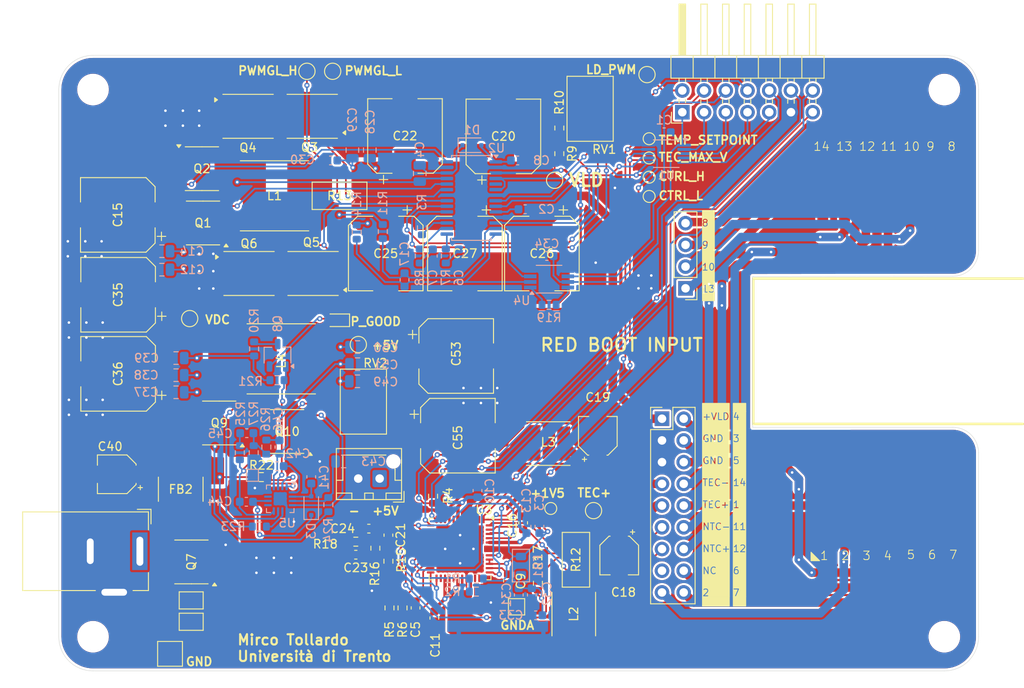
<source format=kicad_pcb>
(kicad_pcb (version 20241010) (generator "pcbnew") (generator_version "8.99")
  (layers (0 "F.Cu" signal) (2 "B.Cu" signal) (13 "F.Paste" user) (15 "B.Paste" user) (5 "F.SilkS" user "F.Silkscreen") (7 "B.SilkS" user "B.Silkscreen") (1 "F.Mask" user) (3 "B.Mask" user) (25 "Edge.Cuts" user))
  (net 0 "")
  (net 1 "GND")
  (net 2 "VDC")
  (net 3 "Net-(D1-K)")
  (net 4 "+5V")
  (net 5 "/Driver/TEC-")
  (net 6 "/Driver/TEC+")
  (net 7 "/Driver/INT-")
  (net 8 "/Driver/INTOUT")
  (net 9 "GNDA")
  (net 10 "/Driver/1V5ADC")
  (net 11 "+1V5")
  (net 12 "Net-(D2-A)")
  (net 13 "GND1")
  (net 14 "Net-(D1-A)")
  (net 15 "+3V3")
  (net 16 "Net-(D3-A)")
  (net 17 "Net-(JP1-B)")
  (net 18 "Net-(JP1-A)")
  (net 19 "/UNDERTMP_ALM")
  (net 20 "/~{LDAC}")
  (net 21 "/OVERTMP_ALM")
  (net 22 "/TEC_EN")
  (net 23 "/SDA")
  (net 24 "/ITEC_MON")
  (net 25 "Net-(U5-EN)")
  (net 26 "/CTRL_SEL")
  (net 27 "/LD_EN")
  (net 28 "/LD_MOD")
  (net 29 "/RDY{slash}~{BSY}")
  (net 30 "/SCL")
  (net 31 "Net-(Q3-D-Pad5)")
  (net 32 "Net-(Q8-G)")
  (net 33 "/Driver/NTC+")
  (net 34 "/Driver/BFB-")
  (net 35 "/Driver/CTRL_H_DAC")
  (net 36 "/Driver/CTRL_L_DAC")
  (net 37 "/Driver/MAXV_DAC")
  (net 38 "/Driver/FB+")
  (net 39 "Net-(L2-Pad1)")
  (net 40 "Net-(L3-Pad1)")
  (net 41 "/ILD_MON")
  (net 42 "Net-(U2-SS)")
  (net 43 "Net-(U3-AOUT)")
  (net 44 "Net-(U3-AIN-)")
  (net 45 "Net-(C6-Pad1)")
  (net 46 "Net-(U3-COMP)")
  (net 47 "Net-(U3-CS)")
  (net 48 "Net-(C20-Pad2)")
  (net 49 "Net-(C7-Pad2)")
  (net 50 "Net-(C21-Pad2)")
  (net 51 "Net-(C23-Pad1)")
  (net 52 "Net-(U5-ILIM)")
  (net 53 "Net-(D3-K)")
  (net 54 "Net-(U5-SW)")
  (net 55 "Net-(L1-Pad2)")
  (net 56 "Net-(Q1-G)")
  (net 57 "Net-(Q2-G)")
  (net 58 "Net-(Q5-D-Pad5)")
  (net 59 "Net-(U3-AIN+)")
  (net 60 "Net-(U2-RT)")
  (net 61 "Net-(U2-VCL)")
  (net 62 "Net-(U2-VCH)")
  (net 63 "Net-(U2-FB)")
  (net 64 "Net-(U3-DIFOUT)")
  (net 65 "Net-(R19-Pad2)")
  (net 66 "Net-(R19-Pad1)")
  (net 67 "Net-(Q8-D)")
  (net 68 "Net-(U5-FREQ)")
  (net 73 "Net-(C25-Pad2)")
  (net 74 "Net-(C45-Pad2)")
  (net 80 "/Driver/Pin_5")
  (net 81 "/Driver/Pin_1")
  (net 82 "/Driver/Pin_2")
  (net 83 "/Driver/Pin_8")
  (net 84 "/Driver/Pin_9")
  (net 85 "/Driver/Pin_12")
  (net 86 "/Driver/Pin_14")
  (net 87 "/Driver/Pin_6")
  (net 88 "/Driver/Pin_4")
  (net 89 "/Driver/Pin_7")
  (net 90 "/Driver/Pin_13")
  (net 91 "/Driver/Pin_10")
  (net 92 "/Driver/Pin_3")
  (net 93 "/Driver/Pin_11")
  (net 94 "Net-(U5-VDD)")
  (net 95 "/Driver/PWMGH")
  (net 96 "/Driver/PWMGL")
  (net 97 "/Power/DL")
  (net 98 "/Power/DH")
  (net 99 "/Driver/SENSE-")
  (net 100 "/Driver/SENSE+")
  (net 101 "/Driver/SW")
  (net 102 "/Driver/LD")
  (net 103 "/Power/FB")
  (footprint "TestPoint:TestPoint_Pad_D1.0mm" (layer "F.Cu") (at 132 68.5 -90)
    (property "Reference" "TP9" (hide yes))
    (property "Value" "TestPoint")
  )
  (footprint "Capacitor_SMD:C_0603_1608Metric" (layer "F.Cu") (at 104.698 116.629 -90)
    (property "Reference" "C5")
    (property "Value" "1u")
  )
  (footprint "Inductor_SMD:L_Taiyo-Yuden_NR-50xx" (layer "F.Cu") (at 120.208 97.408)
    (property "Reference" "L3")
    (property "Value" "3u3")
  )
  (footprint "Capacitor_SMD:CP_Elec_8x10.5" (layer "F.Cu") (at 101.212 75.1784 -90)
    (property "Reference" "C25")
    (property "Value" "330u")
  )
  (footprint "Capacitor_SMD:CP_Elec_8x10.5" (layer "F.Cu") (at 119.462 75.1784 -90)
    (property "Reference" "C26")
    (property "Value" "330u")
  )
  (footprint "Connector_BarrelJack:BarrelJack_Wuerth_6941xx301002" (layer "F.Cu") (at 72.475 110 -90)
    (property "Reference" "J3" (hide yes))
    (property "Value" "Barrel_Jack_Switch")
  )
  (footprint "Package_SO:PowerPAK_SO-8_Single" (layer "F.Cu") (at 85.232 77.5134)
    (property "Reference" "Q6")
    (property "Value" "SiRC18DP")
  )
  (footprint "TestPoint:TestPoint_Pad_1.5x1.5mm" (layer "F.Cu") (at 116.5 116.5)
    (property "Reference" "TP2" (hide yes))
    (property "Value" "TestPoint")
  )
  (footprint "Resistor_SMD:R_0603_1608Metric" (layer "F.Cu") (at 106.746 103.564 -90)
    (property "Reference" "R4")
    (property "Value" "1k")
  )
  (footprint "Capacitor_SMD:CP_Elec_8x10.5" (layer "F.Cu") (at 69.896372 70.661 180)
    (property "Reference" "C15")
    (property "Value" "330u")
  )
  (footprint "TestPoint:TestPoint_Pad_D1.5mm" (layer "F.Cu") (at 98.009 85.821 -90)
    (property "Reference" "TP14" (hide yes))
    (property "Value" "TestPoint")
  )
  (footprint "Package_SO:SOP-8_3.9x4.9mm_P1.27mm" (layer "F.Cu") (at 79.855 71.6054 180)
    (property "Reference" "Q1")
    (property "Value" "RJK0355DSP")
  )
  (footprint "Resistor_SMD:R_0603_1608Metric" (layer "F.Cu") (at 101.523 111.168 90)
    (property "Reference" "R15")
    (property "Value" "22k")
  )
  (footprint "Capacitor_SMD:CP_Elec_4x5.4" (layer "F.Cu") (at 69.771871 101 180)
    (property "Reference" "C40")
    (property "Value" "1u")
  )
  (footprint "Jumper:SolderJumper-2_P1.3mm_Open_TrianglePad1.0x1.5mm" (layer "F.Cu") (at 78.475 115.75)
    (property "Reference" "JP2" (hide yes))
    (property "Value" "SolderJumper_2_Open")
  )
  (footprint "MountingHole:MountingHole_3.2mm_M3_ISO7380" (layer "F.Cu") (at 166.5 56)
    (property "Reference" "H4" (hide yes))
    (property "Value" "MountingHole")
  )
  (footprint "Capacitor_SMD:C_0603_1608Metric" (layer "F.Cu") (at 99.237 107.358 180)
    (property "Reference" "C24")
    (property "Value" "470n")
  )
  (footprint "Resistor_SMD:R_0603_1608Metric" (layer "F.Cu") (at 86.679871 101.32899 180)
    (property "Reference" "R22")
    (property "Value" "10k")
  )
  (footprint "Capacitor_SMD:CP_Elec_8x10.5" (layer "F.Cu") (at 109.647819 96.4865)
    (property "Reference" "C55")
    (property "Value" "330u")
  )
  (footprint "TestPoint:TestPoint_Pad_D1.5mm" (layer "F.Cu") (at 92.000871 53.8634)
    (property "Reference" "TP5" (hide yes))
    (property "Value" "TestPoint")
  )
  (footprint "Connector_PinHeader_2.54mm:PinHeader_1x04_P2.54mm_Vertical" (layer "F.Cu") (at 136.25 79.25 180)
    (property "Reference" "J5" (hide yes))
    (property "Value" "SELECTOR_2")
  )
  (footprint "Package_DFN_QFN:TQFN-48-1EP_7x7mm_P0.5mm_EP5.1x5.1mm" (layer "F.Cu") (at 109.89869 109.727 -90)
    (property "Reference" "U3")
    (property "Value" "MAX1978")
  )
  (footprint "PCM_Potentiometer_SMD_AKL:Potentiometer_Bourns_3224X_Vertical" (layer "F.Cu") (at 125 58.25 180)
    (property "Reference" "RV1")
    (property "Value" "1k" (hide yes))
  )
  (footprint "Capacitor_SMD:CP_Elec_4x5.4" (layer "F.Cu") (at 128.5 110.5 -90)
    (property "Reference" "C18")
    (property "Value" "1u")
  )
  (footprint "Package_SO:SOP-8_3.9x4.9mm_P1.27mm" (layer "F.Cu") (at 79.728 65.2554)
    (property "Reference" "Q2")
    (property "Value" "RJK0355DSP")
  )
  (footprint "Resistor_SMD:R_0603_1608Metric" (layer "F.Cu") (at 121.5 63.5 -90)
    (property "Reference" "R9")
    (property "Value" "2k2")
  )
  (footprint "TestPoint:TestPoint_Pad_D1.5mm" (layer "F.Cu") (at 131.75 54.25 -90)
    (property "Reference" "TP7" (hide yes))
    (property "Value" "TestPoint")
  )
  (footprint "Package_SO:SOP-8_3.9x4.9mm_P1.27mm" (layer "F.Cu") (at 81.75 95 180)
    (property "Reference" "Q9")
    (property "Value" "RJK0355DSP")
  )
  (footprint "TestPoint:TestPoint_Pad_D1.5mm" (layer "F.Cu") (at 78.297871 82.78699 -90)
    (property "Reference" "TP15" (hide yes))
    (property "Value" "TestPoint")
  )
  (footprint "Capacitor_SMD:CP_Elec_8x10.5" (layer "F.Cu") (at 110.462 75.1784 -90)
    (property "Reference" "C27")
    (property "Value" "330u")
  )
  (footprint "Resistor_SMD:R_0603_1608Metric" (layer "F.Cu") (at 97.713 108.882 180)
    (property "Reference" "R18")
    (property "Value" "100k")
  )
  (footprint "Resistor_SMD:R_0603_1608Metric" (layer "F.Cu") (at 121.5 60.5 -90)
    (property "Reference" "R10")
    (property "Value" "1k")
  )
  (footprint "TestPoint:TestPoint_Pad_D1.0mm" (layer "F.Cu") (at 132 61.75 -90)
    (property "Reference" "TP11" (hide yes))
    (property "Value" "TestPoint")
  )
  (footprint "Resistor_SMD:R_0603_1608Metric" (layer "F.Cu") (at 103.174 116.629 -90)
    (property "Reference" "R6")
    (property "Value" "80.6k")
  )
  (footprint "PCM_Potentiometer_SMD_AKL:Potentiometer_Bourns_3224X_Vertical" (layer "F.Cu") (at 98.5 92.5 180)
    (property "Reference" "RV2")
    (property "Value" "10k" (hide yes))
  )
  (footprint "Capacitor_SMD:C_0603_1608Metric" (layer "F.Cu") (at 97.713 110.406)
    (property "Reference" "C23")
    (property "Value" "10u")
  )
  (footprint "Package_SO:SOP-8_3.9x4.9mm_P1.27mm" (layer "F.Cu") (at 89.685871 95.99499 180)
    (property "Reference" "Q10")
    (property "Value" "RJK0355DSP")
  )
  (footprint "MountingHole:MountingHole_3.2mm_M3_ISO7380" (layer "F.Cu") (at 67 56)
    (property "Reference" "H1" (hide yes))
    (property "Value" "MountingHole")
  )
  (footprint "TestPoint:TestPoint_Pad_2.5x2.5mm" (layer "F.Cu") (at 76 122)
    (property "Reference" "TP12" (hide yes))
    (property "Value" "TestPoint")
  )
  (footprint "Resistor_SMD:R_0603_1608Metric" (layer "F.Cu") (at 101.65 116.629 90)
    (property "Reference" "R5")
    (property "Value" "20k")
  )
  (footprint "Inductor_SMD:L_Taiyo-Yuden_NR-50xx" (layer "F.Cu") (at 123.19 117.348 90)
    (property "Reference" "L2")
    (property "Value" "3u3")
  )
  (footprint "Inductor_SMD:L_Taiyo-Yuden_NR-80xx" (layer "F.Cu") (at 89 87.5)
    (property "Reference" "L4")
    (property "Value" "22u")
  )
  (footprint "Capacitor_SMD:CP_Elec_8x10.5" (layer "F.Cu") (at 114.962 61.478399 90)
    (property "Reference" "C20")
    (property "Value" "330u")
  )
  (footprint "Capacitor_SMD:CP_Elec_4x5.4" (layer "F.Cu") (at 126 96.5 90)
    (property "Reference" "C19")
    (property "Value" "1u")
  )
  (footprint "NetTie:NetTie-2_SMD_Pad0.5mm" (layer "F.Cu") (at 85.917871 103.10699 90)
    (property "Reference" "NT2" (hide yes))
    (property "Value" "NetTie_2" (hide yes))
  )
  (footprint "Package_SO:PowerPAK_SO-8_Single" (layer "F.Cu") (at 85.122 59.1284)
    (property "Reference" "Q4")
    (property "Value" "SiRC18DP")
  )
  (footprint "TestPoint:TestPoint_Pad_D1.0mm" (layer "F.Cu") (at 132 66.25 180)
    (property "Reference" "TP8" (hide yes))
    (property "Value" "TestPoint")
  )
  (footprint "Package_SO:PowerPAK_SO-8_Single" (layer "F.Cu") (at 92.622 59.1284 180)
    (property "Reference" "Q3")
    (property "Value" "SiRC18DP")
  )
  (footprint "TestPoint:TestPoint_Pad_D1.5mm" (layer "F.Cu") (at 125.5 105.25)
    (property "Reference" "TP3" (hide yes))
    (property "Value" "TestPoint")
  )
  (footprint "Capacitor_SMD:C_0603_1608Metric" (layer "F.Cu") (at 101.523 108.12 -90)
    (property "Reference" "C21")
    (property "Value" "470n")
  )
  (footprint "Capacitor_SMD:CP_Elec_8x10.5" (layer "F.Cu") (at 109.447819 87.16151)
    (property "Reference" "C53")
    (property "Value" "330u")
  )
  (footprint "TestPoint:TestPoint_Pad_D1.0mm" (layer "F.Cu") (at 120.5 105)
    (property "Reference" "TP1" (hide yes))
    (property "Value" "TestPoint")
  )
  (footprint "Package_SO:SOIC-8_3.9x4.9mm_P1.27mm" (layer "F.Cu") (at 78.5 111.25 180)
    (property "Reference" "Q7")
    (property "Value" "DMP3037LSS-13")
  )
  (footprint "Resistor_SMD:R_0603_1608Metric" (layer "F.Cu") (at 119 113.75 90)
    (property "Reference" "R17")
    (property "Value" "10k")
  )
  (footprint "Capacitor_SMD:C_0603_1608Metric" (layer "F.Cu") (at 115.5 113.464 -90)
    (property "Reference" "C9")
    (property "Value" "10n")
  )
  (footprint "Resistor_SMD:R_0603_1608Metric" (layer "F.Cu") (at 99.999 109.644 90)
    (property "Reference" "R16")
    (property "Value" "1M")
  )
  (footprint "MountingHole:MountingHole_3.2mm_M3_ISO7380" (layer "F.Cu") (at 166.5 120)
    (property "Reference" "H3" (hide yes))
    (property "Value" "MountingHole")
  )
  (footprint "Connector_PinHeader_2.54mm:PinHeader_2x07_P2.54mm_Horizontal" (layer "F.Cu") (at 135.875 58.65 90)
    (property "Reference" "J1" (hide yes))
    (property "Value" "BASYS3")
  )
  (footprint "MountingHole:MountingHole_3.2mm_M3_ISO7380" (layer "F.Cu") (at 67 120)
    (property "Reference" "H2" (hide yes))
    (property "Value" "MountingHole")
  )
  (footprint "TestPoint:TestPoint_Pad_D1.5mm" (layer "F.Cu") (at 120.952 66.6134)
    (property "Reference" "TP4" (hide yes))
    (property "Value" "TestPoint")
  )
  (footprint "Capacitor_SMD:CP_Elec_8x10.5" (layer "F.Cu") (at 103.462 61.4284 90)
    (property "Reference" "C22")
    (property "Value" "330u")
  )
  (footprint "TestPoint:TestPoint_Pad_D1.0mm" (layer "F.Cu") (at 132 64 -90)
    (property "Reference" "TP10" (hide yes))
    (property "Value" "TestPoint")
  )
  (footprint "Capacitor_SMD:C_2220_5750Metric_Pad1.97x5.40mm_HandSolder" (layer "F.Cu") (at 77.25 102.75 90)
    (property "Reference" "FB2")
    (property "Value" "100")
  )
  (footprint "Package_SO:PowerPAK_SO-8_Single" (layer "F.Cu") (at 92.717 77.5134 180)
    (property "Reference" "Q5")
    (property "Value" "SiRC18DP")
  )
  (footprint "PCM_Resistor_SMD_AKL:R_2010_5025Metric" (layer "F.Cu") (at 123.444 110.998 90)
    (property "Reference" "R12")
    (property "Value" "200m" (hide yes))
  )
  (footprint "Capacitor_SMD:C_0603_1608Metric" (layer "F.Cu") (at 106.89 117.811155 -90)
    (property "Reference" "C11")
    (property "Value" "10u")
  )
  (footprint "PCM_Resistor_SMD_AKL:R_2010_5025Metric" (layer "F.Cu") (at 95.812001 68.4284)
    (property "Reference" "R13")
    (property "Value" "50m" (hide yes))
  )
  (footprint "Connector_PinHeader_2.54mm:PinHeader_2x09_P2.54mm_Vertical" (layer "F.Cu") (at 133.5 94.5)
    (property "Reference" "J4" (hide yes))
    (property "Value" "SELECTOR")
  )
  (footprint "Jumper:SolderJumper-2_P1.3mm_Open_TrianglePad1.0x1.5mm" (layer "F.Cu") (at 78.475 118.25)
    (property "Reference" "JP1" (hide yes))
    (property "Value" "SolderJumper_2_Open")
  )
  (footprint "Inductor_SMD:L_Taiyo-Yuden_NR-80xx" (layer "F.Cu") (at 88.212 68.4284)
    (property "Reference" "L1")
    (property "Value" "22u")
  )
  (footprint "Capacitor_SMD:CP_Elec_8x10.5" (layer "F.Cu") (at 69.932 89.253 180)
    (property "Reference" "C36")
    (property "Value" "220u")
  )
  (footprint "footprints:Butterfly_14pins_SMD" (layer "F.Cu") (at 159.92 86.61 90)
    (property "Reference" "J2" (hide yes))
    (property "Value" "BUTTERFLY")
  )
  (footprint "TestPoint:TestPoint_Pad_D1.5mm" (layer "F.Cu") (at 95.008502 53.8634)
    (property "Reference" "TP6" (hide yes))
    (property "Value" "TestPoint")
  )
  (footprint "Capacitor_SMD:C_0603_1608Metric" (layer "F.Cu") (at 117.271 106.679 90)
    (property "Reference" "C16")
    (property "Value" "4u7")
  )
  (footprint "Connector_JST:JST_XH_B2B-XH-AM_1x02_P2.50mm_Vertical" (layer "F.Cu") (at 100.5 101.5 180)
    (property "Reference" "J6" (hide yes))
    (property "Value" "5V EXT")
  )
  (footprint "Capacitor_SMD:CP_Elec_8x10.5" (layer "F.Cu") (at 69.932 80.003 180)
    (property "Reference" "C35")
    (property "Value" "220u")
  )
  (footprint "LED_SMD:LED_0603_1608Metric" (layer "F.Cu") (at 95.5 82.98499 180)
    (property "Reference" "D2" (hide yes))
    (property "Value" "LED")
  )
  (footprint "Capacitor_SMD:C_0603_1608Metric" (layer "B.Cu") (at 133.75 61 180)
    (property "Reference" "C1")
    (property "Value" "100n")
  )
  (footprint "Capacitor_SMD:C_0603_1608Metric" (layer "B.Cu") (at 117.668 107.104 90)
    (property "Reference" "C13")
    (property "Value" "10u")
  )
  (footprint "Resistor_SMD:R_0603_1608Metric" (layer "B.Cu") (at 100.870871 72.60799 90)
    (property "Reference" "R11")
    (property "Value" "10")
  )
  (footprint "PCM_Ferrite_SMD_AKL:Ferrite_0805_2012Metric" (layer "B.Cu") (at 117.017 111.676 -90)
    (property "Reference" "FB1")
    (property "Value" "110R" (hide yes))
  )
  (footprint "Diode_SMD:D_SOD-323F" (layer "B.Cu") (at 111.284871 62.51099)
    (property "Reference" "D1")
    (property "Value" "BAT54")
  )
  (footprint "Capacitor_SMD:C_0603_1608Metric" (layer "B.Cu") (at 84.919671 104.21779)
    (property "Reference" "C44")
    (property "Value" "100n")
  )
  (footprint "Capacitor_SMD:C_0603_1608Metric" (layer "B.Cu") (at 106.712871 75.46499 90)
    (property "Reference" "C7")
    (property "Value" "2.2n")
  )
  (footprint "Resistor_SMD:R_0603_1608Metric" (layer "B.Cu") (at 105.442871 72.16299 -90)
    (property "Reference" "R3")
    (property "Value" "40.2k")
  )
  (footprint "Capacitor_SMD:C_0603_1608Metric" (layer "B.Cu") (at 88.504371 100.05249 180)
    (property "Reference" "C42")
    (property "Value" "4u7")
  )
  (footprint "Capacitor_SMD:C_0603_1608Metric" (layer "B.Cu") (at 120.047871 75.46499 180)
    (property "Reference" "C34")
    (property "Value" "100n")
  )
  (footprint "TestPoint:TestPoint_Pad_1.0x1.0mm" (layer "B.Cu") (at 85.630871 101.11899 180)
    (property "Reference" "TP13" (hide yes))
    (property "Value" "TestPoint")
  )
  (footprint "Capacitor_SMD:C_0805_2012Metric" (layer "B.Cu") (at 75.048372 74.9074 180)
    (property "Reference" "C14")
    (property "Value" "100n")
  )
  (footprint "Capacitor_SMD:C_0603_1608Metric" (layer "B.Cu") (at 103.410871 78.25899 90)
    (property "Reference" "C17")
    (property "Value" "33n")
  )
  (footprint "Capacitor_SMD:C_0603_1608Metric" (layer "B.Cu") (at 111.937 102.913 90)
    (property "Reference" "C10")
    (property "Value" "22u")
  )
  (footprint "Capacitor_SMD:C_0603_1608Metric" (layer "B.Cu") (at 118.287 115.105 -90)
    (property "Reference" "C32")
    (property "Value" "100n")
  )
  (footprint "Package_DFN_QFN:HVQFN-16-1EP_3x3mm_P0.5mm_EP1.5x1.5mm" (layer "B.Cu") (at 88.879371 103.86499 180)
    (property "Reference" "U5")
    (property "Value" "MIC2101")
  )
  (footprint "NetTie:NetTie-2_SMD_Pad0.5mm" (layer "B.Cu") (at 109.75 119.625999 90)
    (property "Reference" "NT1" (hide yes))
    (property "Value" "NetTie_2" (hide yes))
  )
  (footprint "Capacitor_SMD:C_0603_1608Metric" (layer "B.Cu") (at 119.176 107.104 -90)
    (property "Reference" "C3")
    (property "Value" "100n")
  )
  (footprint "Resistor_SMD:R_0603_1608Metric" (layer "B.Cu") (at 111.81 113.2 180)
    (property "Reference" "R1")
    (property "Value" "69.8k")
  )
  (footprint "Capacitor_SMD:C_0805_2012Metric" (layer "B.Cu") (at 75.048372 77.066401 180)
    (property "Reference" "C12")
    (property "Value" "1u")
  )
  (footprint "Resistor_SMD:R_0603_1608Metric" (layer "B.Cu") (at 111.81 114.724)
    (property "Reference" "R2")
    (property "Value" "20k")
  )
  (footprint "Resistor_SMD:R_0603_1608Metric" (layer "B.Cu") (at 88.5015 89.9915 180)
    (property "Reference" "R21")
    (property "Value" "10k")
  )
  (footprint "Resistor_SMD:R_0603_1608Metric" (layer "B.Cu") (at 85.783271 98.47739 90)
    (property "Reference" "R27")
    (property "Value" "1k")
  )
  (footprint "Capacitor_SMD:C_0805_2012Metric" (layer "B.Cu") (at 97.921872 86.120988)
    (property "Reference" "C50")
    (property "Value" "1u")
  )
  (footprint "Diode_SMD:D_SOD-323F" (layer "B.Cu") (at 92.504371 104.67749 90)
    (property "Reference" "D3")
    (property "Value" "BAT54")
  )
  (footprint "Capacitor_SMD:C_0805_2012Metric" (layer "B.Cu") (at 97.314871 63.084991 90)
    (property "Reference" "C29")
    (property "Value" "100n")
  )
  (footprint "Capacitor_SMD:C_0805_2012Metric" (layer "B.Cu") (at 99.346871 63.084991 90)
    (property "Reference" "C28")
    (property "Value" "1u")
  )
  (footprint "Capacitor_SMD:C_0805_2012Metric" (layer "B.Cu") (at 97.904874 90.120992)
    (property "Reference" "C49")
    (property "Value" "100n")
  )
  (footprint "NetTie:NetTie-2_SMD_Pad0.5mm" (layer "B.Cu") (at 119.634 119.634 90)
    (property "Reference" "NT3" (hide yes))
    (property "Value" "NetTie_2" (hide yes))
  )
  (footprint "Capacitor_SMD:C_0603_1608Metric" (layer "B.Cu") (at 109.760871 75.46499 -90)
    (property "Reference" "C6")
    (property "Value" "2.2n")
  )
  (footprint "Package_SO:TSSOP-28-1EP_4.4x9.7mm_P0.65mm_EP2.85x6.7mm" (layer "B.Cu") (at 111.213871 68.67799 180)
    (property "Reference" "U2")
    (property "Value" "LT3743")
  )
  (footprint "Capacitor_SMD:C_0603_1608Metric" (layer "B.Cu") (at 88.780471 97.81699 90)
    (property "Reference" "C46")
    (property "Value" "100n")
  )
  (footprint "Resistor_SMD:R_0603_1608Metric" (layer "B.Cu") (at 84.157671 98.47739 -90)
    (property "Reference" "R25")
    (property "Value" "R_Small")
  )
  (footprint "Resistor_SMD:R_0603_1608Metric" (layer "B.Cu") (at 85.83 86.332001 -90)
    (property "Reference" "R20")
    (property "Value" "2k2")
  )
  (footprint "Capacitor_SMD:C_0805_2012Metric" (layer "B.Cu") (at 76.708 87.408 180)
    (property "Reference" "C39")
    (property "Value" "100n")
  )
  (footprint "Resistor_SMD:R_0603_1608Metric" (layer "B.Cu") (at 94.504371 104.55249 -90)
    (property "Reference" "R24")
    (property "Value" "R_Small")
  )
  (footprint "Resistor_SMD:R_0603_1608Metric" (layer "B.Cu") (at 86.443671 107.11339 180)
    (property "Reference" "R23")
    (property "Value" "100k 1%")
  )
  (footprint "Capacitor_SMD:C_0603_1608Metric" (layer "B.Cu") (at 117.5 70 180)
    (property "Reference" "C2")
    (property "Value" "10n")
  )
  (footprint "Resistor_SMD:R_0603_1608Metric" (layer "B.Cu") (at 105.188871 75.46499 -90)
    (property "Reference" "R8")
    (property "Value" "806k")
  )
  (footprint "Capacitor_SMD:C_0603_1608Metric" (layer "B.Cu") (at 94.774871 64.28899 180)
    (property "Reference" "C30")
    (property "Value" "10n")
  )
  (footprint "Capacitor_SMD:C_0603_1608Metric" (layer "B.Cu") (at 116.618871 64.28899 180)
    (property "Reference" "C8")
    (property "Value" "22u")
  )
  (footprint "Package_SO:MSOP-10_3x3mm_P0.5mm" (layer "B.Cu") (at 134 63.5 180)
    (property "Reference" "U1")
    (property "Value" "MCP4728")
  )
  (footprint "Package_SO:VSSOP-8_3.0x3.0mm_P0.65mm" (layer "B.Cu") (at 120.300871 78.17799)
    (property "Reference" "U4")
    (property "Value" "INA333xxDGK")
  )
  (footprint "Capacitor_SMD:C_0603_1608Metric" (layer "B.Cu") (at 116.763 115.105 -90)
    (property "Reference" "C31")
    (property "Value" "1u")
  )
  (footprint "Capacitor_SMD:C_0805_2012Metric" (layer "B.Cu") (at 96.298871 99.5 180)
    (property "Reference" "C43")
    (property "Value" "100n")
  )
  (footprint "Resistor_SMD:R_0603_1608Metric" (layer "B.Cu") (at 97.822871 72.67099 90)
    (property "Reference" "R14")
    (property "Value" "10")
  )
  (footprint "Package_TO_SOT_SMD:TSOT-23" (layer "B.Cu") (at 88.58 87.082001 90)
    (property "Reference" "Q8")
    (property "Value" "2N7002")
  )
  (footprint "Resistor_SMD:R_0603_1608Metric" (layer "B.Cu") (at 108.236871 75.46499 -90)
    (property "Reference" "R7")
    (property "Value" "806k")
  )
  (footprint "Capacitor_SMD:C_0805_2012Metric" (layer "B.Cu") (at 76.708 91.407999 180)
    (property "Reference" "C37")
    (property "Value" "10u")
  )
  (footprint "Capacitor_SMD:C_0603_1608Metric" (layer "B.Cu") (at 84.970471 96.19139 180)
    (property "Reference" "C45")
    (property "Value" "100n")
  )
  (footprint "Capacitor_SMD:C_0805_2012Metric" (layer "B.Cu") (at 97.921872 88.12099)
    (property "Reference" "C51")
    (property "Value" "10u")
  )
  (footprint "Resistor_SMD:R_0603_1608Metric" (layer "B.Cu") (at 120.300871 81.17799 180)
    (property "Reference" "R19")
    (property "Value" "11K 0.1%")
  )
  (footprint "Resistor_SMD:R_0603_1608Metric" (layer "B.Cu") (at 87.256471 97.81699 90)
    (property "Reference" "R26")
    (property "Value" "5k6")
  )
  (footprint "Capacitor_SMD:C_0603_1608Metric" (layer "B.Cu") (at 92.504371 101.30249 90)
    (property "Reference" "C41")
    (property "Value" "4u7")
  )
  (footprint "Capacitor_SMD:C_0805_2012Metric" (layer "B.Cu") (at 76.708 89.408 180)
    (property "Reference" "C38")
    (property "Value" "1u")
  )
  (footprint "Capacitor_SMD:C_0805_2012Metric" (layer "B.Cu") (at 105.188871 65.81299 -90)
    (property "Reference" "C4")
    (property "Value" "100n")
  )
  (footprint "Capacitor_SMD:C_0603_1608Metric" (layer "B.Cu") (at 118.75 117.5 180)
    (property "Reference" "C33")
    (property "Value" "10n")
  )
  (gr_rect (start 138.23 92.7) (end 141.37 93.7) (stroke (width 0.1)) (fill solid) (layer "F.SilkS"))
  (gr_rect (start 141.825 92.7) (end 143.295 93.66) (stroke (width 0.1)) (fill solid) (layer "F.SilkS"))
  (gr_rect (start 141.83 115.35) (end 143.29 116.4) (stroke (width 0.1)) (fill solid) (layer "F.SilkS"))
  (gr_rect (start 138.23 79.8) (end 139.63 80.7) (stroke (width 0.1)) (fill solid) (layer "F.SilkS"))
  (gr_rect (start 138.23 70.15) (end 139.62 71.05) (stroke (width 0.1)) (fill solid) (layer "F.SilkS"))
  (gr_rect (start 138.23 115.36) (end 141.37 116.4) (stroke (width 0.1)) (fill solid) (layer "F.SilkS"))
  (gr_arc (start 170.5 120) (mid 169.328427 122.828427) (end 166.5 124) (stroke (width 0.05)) (layer "Edge.Cuts"))
  (gr_arc (start 67 124) (mid 64.171573 122.828427) (end 63 120) (stroke (width 0.05)) (layer "Edge.Cuts"))
  (gr_line (start 67 52) (end 166.5 52) (stroke (width 0.05)) (layer "Edge.Cuts"))
  (gr_line (start 144.1 95.5) (end 167.5 95.5) (stroke (width 0.05)) (layer "Edge.Cuts"))
  (gr_line (start 170.5 98.5) (end 170.5 120) (stroke (width 0.05)) (layer "Edge.Cuts"))
  (gr_line (start 170.5 74.839) (end 170.5 56) (stroke (width 0.05)) (layer "Edge.Cuts"))
  (gr_arc (start 166.5 52) (mid 169.328427 53.171573) (end 170.5 56) (stroke (width 0.05)) (layer "Edge.Cuts"))
  (gr_line (start 144.1 77.862) (end 144.1 95.5) (stroke (width 0.05)) (layer "Edge.Cuts"))
  (gr_line (start 166.5 124) (end 67 124) (stroke (width 0.05)) (layer "Edge.Cuts"))
  (gr_line (start 63 120) (end 63 56) (stroke (width 0.05)) (layer "Edge.Cuts"))
  (gr_arc (start 170.5 74.839) (mid 169.62132 76.96032) (end 167.5 77.839) (stroke (width 0.05)) (layer "Edge.Cuts"))
  (gr_arc (start 167.5 95.5) (mid 169.62132 96.37868) (end 170.5 98.5) (stroke (width 0.05)) (layer "Edge.Cuts"))
  (gr_arc (start 63 56) (mid 64.171573 53.171573) (end 67 52) (stroke (width 0.05)) (layer "Edge.Cuts"))
  (gr_line (start 144.1 77.862) (end 167.5 77.839) (stroke (width 0.05)) (layer "Edge.Cuts"))
  (gr_text "9  8" (at 164.338 63.246 0) (layer "F.SilkS") (effects (font (size 1 1) (thickness 0.1)) (justify left bottom)))
  (gr_text "+5V" (at 99.5 86.5 0) (layer "F.SilkS") (effects (font (size 1 1) (thickness 0.2) (bold yes)) (justify left bottom)))
  (gr_text "PWMGL_L" (at 96.298871 54.38299 0) (layer "F.SilkS") (effects (font (size 1 1) (thickness 0.2) (bold yes)) (justify left bottom)))
  (gr_text "4\n\n3\n\n5\n\n14\n\n1\n\n11\n\n12\n\n6\n\n7" (at 141.732 115.316 0) (layer "F.SilkS" knockout) (effects (font (size 0.8 0.8) (thickness 0.1)) (justify left bottom)))
  (gr_text "VDC" (at 80 83.5 0) (layer "F.SilkS") (effects (font (size 1 1) (thickness 0.2) (bold yes)) (justify left bottom)))
  (gr_text "TEC+" (at 123.5 103.75 0) (layer "F.SilkS") (effects (font (size 1 1) (thickness 0.2) (bold yes)) (justify left bottom)))
  (gr_text "8\n\n9\n\n10\n\n13" (at 138.1 79.8 0) (layer "F.SilkS" knockout) (effects (font (size 0.8 0.8) (thickness 0.1)) (justify left bottom)))
  (gr_text "LD_PWM" (at 124.5 54.25 0) (layer "F.SilkS") (effects (font (size 1 1) (thickness 0.2) (bold yes)) (justify left bottom)))
  (gr_text "TEC_MAX_V" (at 133 64.5 0) (layer "F.SilkS") (effects (font (size 1 1) (thickness 0.2) (bold yes)) (justify left bottom)))
  (gr_text "1  2  3  4" (at 151.92 111.11 0) (layer "F.SilkS") (effects (font (size 1 1) (thickness 0.1)) (justify left bottom)))
  (gr_text "CTRL_L" (at 133 69 0) (layer "F.SilkS") (effects (font (size 1 1) (thickness 0.2) (bold yes)) (justify left bottom)))
  (gr_text "CTRL_H" (at 133 66.75 0) (layer "F.SilkS") (effects (font (size 1 1) (thickness 0.2) (bold yes)) (justify left bottom)))
  (gr_text "11 10" (at 159.004 63.246 0) (layer "F.SilkS") (effects (font (size 1 1) (thickness 0.1)) (justify left bottom)))
  (gr_text "+VLD\n\nGND	\n\nGND	\n\nTEC- \n\nTEC+\n\nNTC- \n\nNTC+ \n\nNC   \n\n2	" (at 138.176 115.316 0) (layer "F.SilkS" knockout) (effects (font (size 0.8 0.8) (thickness 0.1)) (justify left bottom)))
  (gr_text "+1V5" (at 118 103.802 0) (layer "F.SilkS") (effects (font (size 1 1) (thickness 0.2) (bold yes)) (justify left bottom)))
  (gr_text "GND" (at 77.75 123.5 0) (layer "F.SilkS") (effects (font (size 1 1) (thickness 0.2) (bold yes)) (justify left bottom)))
  (gr_text "RED BOOT INPUT" (at 119.15 86.75 0) (layer "F.SilkS") (effects (font (size 1.5 1.5) (thickness 0.25) (bold yes)) (justify left bottom)))
  (gr_text "VLD" (at 122.460871 67.46399 0) (layer "F.SilkS") (effects (font (size 1.5 1.5) (thickness 0.3) (bold yes)) (justify left bottom)))
  (gr_text "-  +5V" (at 96.77 105.87 0) (layer "F.SilkS") (effects (font (size 1 1) (thickness 0.2) (bold yes)) (justify left bottom)))
  (gr_text "PWMGL_H" (at 83.852871 54.38299 0) (layer "F.SilkS") (effects (font (size 1 1) (thickness 0.2) (bold yes)) (justify left bottom)))
  (gr_text "5  6  7" (at 162.052 110.998 0) (layer "F.SilkS") (effects (font (size 1 1) (thickness 0.1)) (justify left bottom)))
  (gr_text "Mirco Tollardo\nUniversità di Trento" (at 83.75 123 0) (layer "F.SilkS") (effects (font (size 1.2 1.2) (thickness 0.24) (bold yes)) (justify left bottom)))
  (gr_text "P_GOOD" (at 96.985 83.71999 0) (layer "F.SilkS") (effects (font (size 1 1) (thickness 0.2) (bold yes)) (justify left bottom)))
  (gr_text "14 13 12" (at 151.13 63.246 0) (layer "F.SilkS") (effects (font (size 1 1) (thickness 0.1)) (justify left bottom)))
  (gr_text "TEMP_SETPOINT" (at 133 62.5 0) (layer "F.SilkS") (effects (font (size 1 1) (thickness 0.2) (bold yes)) (justify left bottom)))
  (gr_text "GNDA" (at 114.5 119.25 0) (layer "F.SilkS") (effects (font (size 1 1) (thickness 0.2) (bold yes)) (justify left bottom)))
  (segment (start 82.405 109.345) (end 80.975 109.345) (width 0.2) (layer "F.Cu") (net 1))
  (segment (start 82.5 109.25) (end 82.405 109.345) (width 0.2) (layer "F.Cu") (net 1))
  (via (at 82.5 109.25) (size 0.6) (drill 0.3) (layers "F.Cu" "B.Cu") (net 1))
  (via (at 90.17 110.772) (size 0.7) (drill 0.3) (layers "F.Cu" "B.Cu") (net 1))
  (via (at 88.138 112.522) (size 0.7) (drill 0.3) (layers "F.Cu" "B.Cu") (net 1))
  (via (at 81.058871 79.27499) (size 0.7) (drill 0.3) (layers "F.Cu" "B.Cu") (net 1))
  (via (at 130.75 79.25) (size 0.6) (drill 0.3) (layers "F.Cu" "B.Cu") (net 1))
  (via (at 66.095 75.5) (size 0.7) (drill 0.3) (layers "F.Cu" "B.Cu") (net 1))
  (via (at 66.222 94.042) (size 0.7) (drill 0.3) (layers "F.Cu" "B.Cu") (net 1))
  (via (at 132.25 79.25) (size 0.6) (drill 0.3) (layers "F.Cu" "B.Cu") (net 1))
  (via (at 64.055 73.75) (size 0.7) (drill 0.3) (layers "F.Cu" "B.Cu") (net 1))
  (via (at 130.75 77.75) (size 0.6) (drill 0.3) (layers "F.Cu" "B.Cu") (net 1))
  (via (at 68.127 85.003) (size 0.7) (drill 0.3) (layers "F.Cu" "B.Cu") (net 1))
  (via (at 79.407871 60.22499) (size 0.7) (drill 0.3) (layers "F.Cu" "B.Cu") (net 1))
  (via (at 111.462 109.727) (size 0.6) (drill 0.3) (layers "F.Cu" "B.Cu") (net 1))
  (via (at 125.75 76.25) (size 0.7) (drill 0.3) (layers "F.Cu" "B.Cu") (net 1))
  (via (at 93.5 99.5) (size 0.6) (drill 0.3) (layers "F.Cu" "B.Cu") (net 1))
  (via (at 79.407871 75.21099) (size 0.7) (drill 0.3) (layers "F.Cu" "B.Cu") (net 1))
  (via (at 81.058871 77.24299) (size 0.7) (drill 0.3) (layers "F.Cu" "B.Cu") (net 1))
  (via (at 64.182 85.003) (size 0.7) (drill 0.3) (layers "F.Cu" "B.Cu") (net 1))
  (via (at 64.182 94.042) (size 0.7) (drill 0.3) (layers "F.Cu" "B.Cu") (net 1))
  (via (at 110.29909 90.91151) (size 0.7) (drill 0.3) (layers "F.Cu" "B.Cu") (net 1))
  (via (at 90.485871 106.54499) (size 0.6) (drill 0.3) (layers "F.Cu" "B.Cu") (net 1))
  (via (at 64.182 83.253) (size 0.7) (drill 0.3) (layers "F.Cu" "B.Cu") (net 1))
  (via (at 86.098 112.522) (size 0.7) (drill 0.3) (layers "F.Cu" "B.Cu") (net 1))
  (via (at 68.127 94.042) (size 0.7) (drill 0.3) (layers "F.Cu" "B.Cu") (net 1))
  (via (at 68 75.5) (size 0.7) (drill 0.3) (layers "F.Cu" "B.Cu") (net 1))
  (via (at 114.24409 92.66151) (size 0.7) (drill 0.3) (layers "F.Cu" "B.Cu") (net 1))
  (via (at 75.462871 58.47499) (size 0.7) (drill 0.3) (layers "F.Cu" "B.Cu") (net 1))
  (via (at 86.098 110.772) (size 0.7) (drill 0.3) (layers "F.Cu" "B.Cu") (net 1))
  (via (at 66.222 92.292) (size 0.7) (drill 0.3) (layers "F.Cu" "B.Cu") (net 1))
  (via (at 77.502871 60.22499) (size 0.7) (drill 0.3) (layers "F.Cu" "B.Cu") (net 1))
  (via (at 64.182 92.292) (size 0.7) (drill 0.3) (layers "F.Cu" "B.Cu") (net 1))
  (via (at 66.222 83.253) (size 0.7) (drill 0.3) (layers "F.Cu" "B.Cu") (net 1))
  (via (at 68.127 92.292) (size 0.7) (drill 0.3) (layers "F.Cu" "B.Cu") (net 1))
  (via (at 68 73.75) (size 0.7) (drill 0.3) (layers "F.Cu" "B.Cu") (net 1))
  (via (at 79.407871 77.24299) (size 0.7) (drill 0.3) (layers "F.Cu" "B.Cu") (net 1))
  (via (at 112.33909 92.66151) (size 0.7) (drill 0.3) (layers "F.Cu" "B.Cu") (net 1))
  (via (at 108.16 109.727) (size 0.6) (drill 0.3) (layers "F.Cu" "B.Cu") (net 1))
  (via (at 128 67.5) (size 0.6) (drill 0.3) (layers "F.Cu" "B.Cu") (net 1))
  (via (at 114.24409 90.91151) (size 0.7) (drill 0.3) (layers "F.Cu" "B.Cu") (net 1))
  (via (at 132.25 77.75) (size 0.6) (drill 0.3) (layers "F.Cu" "B.Cu") (net 1))
  (via (at 77.502871 58.47499) (size 0.7) (drill 0.3) (layers "F.Cu" "B.Cu") (net 1))
  (via (at 88.138 110.772) (size 0.7) (drill 0.3) (layers "F.Cu" "B.Cu") (net 1))
  (via (at 99.592959 114.62208) (size 0.7) (drill 0.3) (layers "F.Cu" "B.Cu") (net 1))
  (via (at 81.058871 75.21099) (size 0.7) (drill 0.3) (layers "F.Cu" "B.Cu") (net 1))
  (via (at 66.222 85.003) (size 0.7) (drill 0.3) (layers "F.Cu" "B.Cu") (net 1))
  (via (at 75.462871 60.22499) (size 0.7) (drill 0.3) (layers "F.Cu" "B.Cu") (net 1))
  (via (at 64.055 75.5) (size 0.7) (drill 0.3) (layers "F.Cu" "B.Cu") (net 1))
  (via (at 79.407871 79.27499) (size 0.7) (drill 0.3) (layers "F.Cu" "B.Cu") (net 1))
  (via (at 109.905 108.12) (size 0.6) (drill 0.3) (layers "F.Cu" "B.Cu") (net 1))
  (via (at 112.33909 90.91151) (size 0.7) (drill 0.3) (layers "F.Cu" "B.Cu") (net 1))
  (via (at 68.127 83.253) (size 0.7) (drill 0.3) (layers "F.Cu" "B.Cu") (net 1))
  (via (at 110.29909 92.66151) (size 0.7) (drill 0.3) (layers "F.Cu" "B.Cu") (net 1))
  (via (at 90.17 112.522) (size 0.7) (drill 0.3) (layers "F.Cu" "B.Cu") (net 1))
  (via (at 79.407871 58.47499) (size 0.7) (drill 0.3) (layers "F.Cu" "B.Cu") (net 1))
  (via (at 109.905 111.406155) (size 0.6) (drill 0.3) (layers "F.Cu" "B.Cu") (net 1))
  (via (at 66.095 73.75) (size 0.7) (drill 0.3) (layers "F.Cu" "B.Cu") (net 1))
  (segment (start 89.629371 105.30249) (end 89.629371 104.61499) (width 0.2) (layer "B.Cu") (net 1))
  (segment (start 89.629371 104.61499) (end 88.879371 103.86499) (width 0.2) (layer "B.Cu") (net 1))
  (segment (start 122.166861 65.43199) (end 121.698871 65.43199) (width 0.3) (layer "F.Cu") (net 2))
  (segment (start 85.854871 101.32899) (end 78.46649 101.32899) (width 0.2) (layer "F.Cu") (net 2))
  (segment (start 79.396871 81.68799) (end 78.297871 82.78699) (width 0.3) (layer "F.Cu") (net 2))
  (segment (start 90.362871 102.34499) (end 90.09352 102.075639) (width 0.2) (layer "F.Cu") (net 2))
  (segment (start 87.917519 102.10399) (end 86.629871 102.10399) (width 0.2) (layer "F.Cu") (net 2))
  (segment (start 78.46649 101.32899) (end 77.25 100.1125) (width 0.2) (layer "F.Cu") (net 2))
  (segment (start 86.629871 102.10399) (end 85.854871 101.32899) (width 0.2) (layer "F.Cu") (net 2))
  (segment (start 123.984871 67.25) (end 122.166861 65.43199) (width 0.3) (layer "F.Cu") (net 2))
  (segment (start 123.984871 69.5) (end 123.984871 79.52899) (width 0.3) (layer "F.Cu") (net 2))
  (segment (start 121.825871 81.68799) (end 79.396871 81.68799) (width 0.3) (layer "F.Cu") (net 2))
  (segment (start 87.94587 102.075639) (end 87.917519 102.10399) (width 0.2) (layer "F.Cu") (net 2))
  (segment (start 123.984871 79.52899) (end 121.825871 81.68799) (width 0.3) (layer "F.Cu") (net 2))
  (segment (start 90.09352 102.075639) (end 87.94587 102.075639) (width 0.2) (layer "F.Cu") (net 2))
  (via (at 79.139499 89.4005) (size 0.6) (drill 0.3) (layers "F.Cu" "B.Cu") (net 2))
  (via (at 79.139499 91.4005) (size 0.6) (drill 0.3) (layers "F.Cu" "B.Cu") (net 2))
  (via (at 81.801871 101.32899) (size 0.6) (drill 0.3) (layers "F.Cu" "B.Cu") (net 2))
  (via (at 79.139499 87.4005) (size 0.6) (drill 0.3) (layers "F.Cu" "B.Cu") (net 2))
  (via (at 77.588372 75.034401) (size 0.6) (drill 0.3) (layers "F.Cu" "B.Cu") (net 2))
  (via (at 77.588372 76.939401) (size 0.6) (drill 0.3) (layers "F.Cu" "B.Cu") (net 2))
  (via (at 123.984871 69.5) (size 0.6) (drill 0.3) (layers "F.Cu" "B.Cu") (net 2))
  (via (at 121.698871 65.43199) (size 0.6) (drill 0.3) (layers "F.Cu" "B.Cu") (net 2))
  (via (at 123.984871 67.25) (size 0.6) (drill 0.3) (layers "F.Cu" "B.Cu") (net 2))
  (via (at 90.362871 102.34499) (size 0.6) (drill 0.3) (layers "F.Cu" "B.Cu") (net 2))
  (segment (start 77.461371 74.9074) (end 77.588372 75.034401) (width 0.2) (layer "B.Cu") (net 2))
  (segment (start 87.6765 89.9915) (end 86.9775 89.9915) (width 0.2) (layer "B.Cu") (net 2))
  (segment (start 121.698871 65.43199) (end 121.000371 65.43199) (width 0.3) (layer "B.Cu") (net 2))
  (segment (start 120.679371 65.75299) (end 114.076371 65.75299) (width 0.3) (layer "B.Cu") (net 2))
  (segment (start 81.820871 101.34799) (end 81.820871 105.46239) (width 0.2) (layer "B.Cu") (net 2))
  (segment (start 83.471871 107.11339) (end 85.618671 107.11339) (width 0.2) (layer "B.Cu") (net 2))
  (segment (start 85.789501 87.1975) (end 85.83 87.157001) (width 0.2) (layer "B.Cu") (net 2))
  (segment (start 81.801871 101.32899) (end 81.820871 101.34799) (width 0.2) (layer "B.Cu") (net 2))
  (segment (start 75.998371 74.9074) (end 77.461371 74.9074) (width 0.2) (layer "B.Cu") (net 2))
  (segment (start 80.831861 87.157001) (end 85.83 87.157001) (width 0.2) (layer "B.Cu") (net 2))
  (segment (start 121.000371 65.43199) (end 120.679371 65.75299) (width 0.3) (layer "B.Cu") (net 2))
  (segment (start 85.755 88.769) (end 85.755 87.232001) (width 0.2) (layer "B.Cu") (net 2))
  (segment (start 79.157998 91.407999) (end 79.157999 91.408) (width 0.2) (layer "B.Cu") (net 2))
  (segment (start 77.657999 91.407999) (end 79.157998 91.407999) (width 0.2) (layer "B.Cu") (net 2))
  (segment (start 79.382998 87.157001) (end 80.831861 87.157001) (width 0.2) (layer "B.Cu") (net 2))
  (segment (start 86.9775 89.9915) (end 85.755 88.769) (width 0.2) (layer "B.Cu") (net 2))
  (segment (start 90.280371 102.42749) (end 89.629371 102.42749) (width 0.2) (layer "B.Cu") (net 2))
  (segment (start 81.820871 105.46239) (end 83.471871 107.11339) (width 0.2) (layer "B.Cu") (net 2))
  (segment (start 79.139499 87.4005) (end 79.382998 87.157001) (width 0.2) (layer "B.Cu") (net 2))
  (segment (start 77.657999 87.408) (end 79.157999 87.408) (width 0.2) (layer "B.Cu") (net 2))
  (segment (start 123.984871 67.25) (end 123.984871 69.5) (width 0.3) (layer "B.Cu") (net 2))
  (segment (start 77.657999 89.408) (end 79.157999 89.408) (width 0.2) (layer "B.Cu") (net 2))
  (segment (start 75.998371 77.066401) (end 77.461372 77.066401) (width 0.2) (layer "B.Cu") (net 2))
  (segment (start 77.461372 77.066401) (end 77.588372 76.939401) (width 0.2) (layer "B.Cu") (net 2))
  (segment (start 90.362871 102.34499) (end 90.280371 102.42749) (width 0.2) (layer "B.Cu") (net 2))
  (segment (start 106.07887 65.75299) (end 105.188871 64.862991) (width 0.2) (layer "B.Cu") (net 3))
  (segment (start 108.351371 65.75299) (end 106.07887 65.75299) (width 0.2) (layer "B.Cu") (net 3))
  (segment (start 109.488871 63.206991) (end 109.488871 65.32299) (width 0.2) (layer "B.Cu") (net 3))
  (segment (start 110.184872 62.51099) (end 109.488871 63.206991) (width 0.2) (layer "B.Cu") (net 3))
  (segment (start 109.058871 65.75299) (end 108.351371 65.75299) (width 0.2) (layer "B.Cu") (net 3))
  (segment (start 109.488871 65.32299) (end 109.058871 65.75299) (width 0.2) (layer "B.Cu") (net 3))
  (segment (start 108.12069 115.569) (end 106.89 116.79969) (width 0.4) (layer "F.Cu") (net 4))
  (segment (start 107.092113 102.739) (end 106.746 102.739) (width 0.4) (layer "F.Cu") (net 4))
  (segment (start 105.947819 101.940819) (end 105.947819 96.4865) (width 0.4) (layer "F.Cu") (net 4))
  (segment (start 108.148691 115.540999) (end 108.12069 115.569) (width 0.3) (layer "F.Cu") (net 4))
  (segment (start 116.89 108.882) (end 116.795001 108.976999) (width 0.3) (layer "F.Cu") (net 4))
  (segment (start 108.148691 103.808422) (end 108.148691 106.2895) (width 0.4) (layer "F.Cu") (net 4))
  (segment (start 108.155113 103.802) (end 108.148691 103.808422) (width 0.3) (layer "F.Cu") (net 4))
  (segment (start 108.155113 103.802) (end 107.092113 102.739) (width 0.4) (layer "F.Cu") (net 4))
  (segment (start 105.519155 118.407) (end 101.015 118.407) (width 0.4) (layer "F.Cu") (net 4))
  (segment (start 108.148691 113.1645) (end 108.148691 115.540999) (width 0.4) (layer "F.Cu") (net 4))
  (segment (start 95.64869 108.10131) (end 100.5 103.25) (width 0.4) (layer "F.Cu") (net 4))
  (segment (start 106.89 117.036155) (end 105.519155 118.407) (width 0.4) (layer "F.Cu") (net 4))
  (segment (start 110.148965 104.299965) (end 109.64869 104.80024) (width 0.4) (layer "F.Cu") (net 4))
  (segment (start 95.64869 113.04069) (end 95.64869 108.10131) (width 0.4) (layer "F.Cu") (net 4))
  (segment (start 109.64869 104.80024) (end 109.64869 106.2895) (width 0.4) (layer "F.Cu") (net 4))
  (segment (start 109.64869 113.1645) (end 109.64869 114.041) (width 0.4) (layer "F.Cu") (net 4))
  (segment (start 116.795001 108.976999) (end 113.33619 108.976999) (width 0.4) (layer "F.Cu") (net 4))
  (segment (start 101.015 118.407) (end 95.64869 113.04069) (width 0.4) (layer "F.Cu") (net 4))
  (segment (start 106.746 102.739) (end 105.947819 101.940819) (width 0.4) (layer "F.Cu") (net 4))
  (segment (start 109.64869 114.041) (end 109.39069 114.299) (width 0.4) (layer "F.Cu") (net 4))
  (segment (start 106.89 116.79969) (end 106.89 117.036155) (width 0.4) (layer "F.Cu") (net 4))
  (segment (start 100.5 103.25) (end 100.5 101.5) (width 0.4) (layer "F.Cu") (net 4))
  (via (at 95.929373 86.102488) (size 0.6) (drill 0.3) (layers "F.Cu" "B.Cu") (net 4))
  (via (at 109.39069 114.299) (size 0.6) (drill 0.3) (layers "F.Cu" "B.Cu") (net 4))
  (via (at 108.155113 103.802) (size 0.6) (drill 0.3) (layers "F.Cu" "B.Cu") (net 4))
  (via (at 95.929372 90.102491) (size 0.6) (drill 0.3) (layers "F.Cu" "B.Cu") (net 4))
  (via (at 108.12069 115.569) (size 0.6) (drill 0.3) (layers "F.Cu" "B.Cu") (net 4))
  (via (at 110.148965 104.299965) (size 0.6) (drill 0.3) (layers "F.Cu" "B.Cu") (net 4))
  (via (at 116.89 108.882) (size 0.6) (drill 0.3) (layers "F.Cu" "B.Cu") (net 4))
  (via (at 95.929373 88.102492) (size 0.6) (drill 0.3) (layers "F.Cu" "B.Cu") (net 4))
  (segment (start 117.668 108.104) (end 117.668 107.879) (width 0.3) (layer "B.Cu") (net 4))
  (segment (start 110.76093 103.688) (end 110.148965 104.299965) (width 0.4) (layer "B.Cu") (net 4))
  (segment (start 116.89 108.882) (end 117.668 108.104) (width 0.4) (layer "B.Cu") (net 4))
  (segment (start 96.971873 86.12099) (end 95.921874 86.12099) (width 0.2) (layer "B.Cu") (net 4))
  (segment (start 88.780471 94.640099) (end 95.318078 88.102492) (width 0.2) (layer "B.Cu") (net 4))
  (segment (start 115.506 103.688) (end 110.76093 103.688) (width 0.4) (layer "B.Cu") (net 4))
  (segment (start 88.730471 96.99199) (end 88.780471 97.04199) (width 0.2) (layer "B.Cu") (net 4))
  (segment (start 108.155113 103.802) (end 108.155113 103.707886) (width 0.3) (layer "B.Cu") (net 4))
  (segment (start 116.89 108.831999) (end 117.668 108.053999) (width 0.3) (layer "B.Cu") (net 4))
  (segment (start 116.843 105.025) (end 115.506 103.688) (width 0.4) (layer "B.Cu") (net 4))
  (segment (start 108.282113 103.929) (end 108.155113 103.802) (width 0.3) (layer "B.Cu") (net 4))
  (segment (start 110.13893 104.31) (end 108.663113 104.31) (width 0.4) (layer "B.Cu") (net 4))
  (segment (start 109.39069 114.299) (end 108.12069 115.569) (width 0.4) (layer "B.Cu") (net 4))
  (segment (start 116.89 108.882) (end 116.89 108.831999) (width 0.3) (layer "B.Cu") (net 4))
  (segment (start 96.971873 88.120992) (end 95.92187 88.12099) (width 0.2) (layer "B.Cu") (net 4))
  (segment (start 96.971873 90.120992) (end 95.921874 90.120992) (width 0.2) (layer "B.Cu") (net 4))
  (segment (start 110.148965 104.299965) (end 110.13893 104.31) (width 0.4) (layer "B.Cu") (net 4))
  (segment (start 87.256471 96.99199) (end 88.730471 96.99199) (width 0.2) (layer "B.Cu") (net 4))
  (segment (start 117.668 107.879) (end 116.843 107.054) (width 0.4) (layer "B.Cu") (net 4))
  (segment (start 108.663113 104.31) (end 108.282113 103.929) (width 0.4) (layer "B.Cu") (net 4))
  (segment (start 88.780471 97.04199) (end 88.780471 94.640099) (width 0.2) (layer "B.Cu") (net 4))
  (segment (start 95.921874 90.120992) (end 95.921872 90.12099) (width 0.2) (layer "B.Cu") (net 4))
  (segment (start 95.318078 88.102492) (end 95.929373 88.102492) (width 0.2) (layer "B.Cu") (net 4))
  (segment (start 116.843 107.054) (end 116.843 105.025) (width 0.4) (layer "B.Cu") (net 4))
  (segment (start 95.921874 86.12099) (end 95.921872 86.12099) (width 0.2) (layer "B.Cu") (net 4))
  (segment (start 112.66319 106.304) (end 116.871 106.304) (width 0.2) (layer "F.Cu") (net 5))
  (segment (start 123.6 99) (end 125.3 99) (width 1) (layer "F.Cu") (net 5))
  (segment (start 116.871 106.304) (end 117.271 105.904) (width 0.2) (layer "F.Cu") (net 5))
  (segment (start 112.64869 106.2895) (end 112.64869 105.885839) (width 0.2) (layer "F.Cu") (net 5))
  (segment (start 125.3 99) (end 126 98.3) (width 1) (layer "F.Cu") (net 5))
  (segment (start 126 98.3) (end 126.7 99) (width 1) (layer "F.Cu") (net 5))
  (segment (start 126.7 99) (end 127.88 99) (width 1) (layer "F.Cu") (net 5))
  (segment (start 122.008 97.408) (end 123.6 99) (width 1) (layer "F.Cu") (net 5))
  (segment (start 118.825 99.708) (end 119.708 99.708) (width 0.2) (layer "F.Cu") (net 5))
  (segment (start 112.64869 105.885839) (end 117.0665 101.468029) (width 0.2) (layer "F.Cu") (net 5))
  (segment (start 112.64869 106.2895) (end 112.66319 106.304) (width 0.2) (layer "F.Cu") (net 5))
  (segment (start 117.0665 101.468029) (end 117.0665 101.4665) (width 0.2) (layer "F.Cu") (net 5))
  (segment (start 117.0665 101.4665) (end 118.825 99.708) (width 0.2) (layer "F.Cu") (net 5))
  (segment (start 131 102.12) (end 133.5 102.12) (width 1) (layer "F.Cu") (net 5))
  (segment (start 119.708 99.708) (end 122.008 97.408) (width 0.2) (layer "F.Cu") (net 5))
  (segment (start 127.88 99) (end 131 102.12) (width 1) (layer "F.Cu") (net 5))
  (segment (start 128.485501 108.685501) (end 128.5 108.7) (width 1) (layer "F.Cu") (net 6))
  (segment (start 123.470499 108.712) (end 123.444 108.685501) (width 0.5) (layer "F.Cu") (net 6))
  (segment (start 117.887 106.704) (end 119.126 107.943) (width 0.2) (layer "F.Cu") (net 6))
  (segment (start 123.444 107.306) (end 125.5 105.25) (width 0.2) (layer "F.Cu") (net 6))
  (segment (start 119.126 107.95) (end 119.888 108.712) (width 0.2) (layer "F.Cu") (net 6))
  (segment (start 128.8 108.7) (end 132.84 104.66) (width 1) (layer "F.Cu") (net 6))
  (segment (start 113.33619 106.977) (end 113.60919 106.704) (width 0.2) (layer "F.Cu") (net 6))
  (segment (start 119.888 108.712) (end 123.417501 108.712) (width 0.2) (layer "F.Cu") (net 6))
  (segment (start 123.417501 108.712) (end 123.444 108.685501) (width 0.2) (layer "F.Cu") (net 6))
  (segment (start 132.84 104.66) (end 133.5 104.66) (width 1) (layer "F.Cu") (net 6))
  (segment (start 119.126 107.943) (end 119.126 107.95) (width 0.2) (layer "F.Cu") (net 6))
  (segment (start 123.444 108.685501) (end 123.444 107.306) (width 0.2) (layer "F.Cu") (net 6))
  (segment (start 128.5 108.7) (end 128.8 108.7) (width 1) (layer "F.Cu") (net 6))
  (segment (start 113.60919 106.704) (end 117.887 106.704) (width 0.2) (layer "F.Cu") (net 6))
  (segment (start 123.444 108.685501) (end 128.485501 108.685501) (width 1) (layer "F.Cu") (net 6))
  (segment (start 106.009303 107.977001) (end 106.46119 107.977001) (width 0.2) (layer "F.Cu") (net 7))
  (segment (start 99.999 108.819) (end 98.488 110.33) (width 0.2) (layer "F.Cu") (net 7))
  (segment (start 101.523 107.345) (end 100.025 107.345) (width 0.2) (layer "F.Cu") (net 7))
  (segment (start 99.999 107.371) (end 100.012 107.358) (width 0.2) (layer "F.Cu") (net 7))
  (segment (start 100.025 107.345) (end 100.012 107.358) (width 0.2) (layer "F.Cu") (net 7))
  (segment (start 98.488 110.33) (end 98.488 110.406) (width 0.2) (layer "F.Cu") (net 7))
  (segment (start 104.676027 107.612) (end 105.041028 107.977001) (width 0.2) (layer "F.Cu") (net 7))
  (segment (start 105.041028 107.977001) (end 106.46119 107.977001) (width 0.2) (layer "F.Cu") (net 7))
  (segment (start 99.999 108.819) (end 99.999 107.371) (width 0.2) (layer "F.Cu") (net 7))
  (segment (start 101.523 107.345) (end 101.79 107.612) (width 0.2) (layer "F.Cu") (net 7))
  (segment (start 101.79 107.612) (end 104.676027 107.612) (width 0.2) (layer "F.Cu") (net 7))
  (segment (start 115.771 108.477) (end 113.33619 108.477) (width 0.2) (layer "F.Cu") (net 8))
  (segment (start 105.035199 106.971728) (end 103.168728 106.971728) (width 0.2) (layer "F.Cu") (net 8))
  (segment (start 105.035199 106.971728) (end 105.035199 107.20661) (width 0.2) (layer "F.Cu") (net 8))
  (segment (start 116.128 108.12) (end 115.771 108.477) (width 0.2) (layer "F.Cu") (net 8))
  (segment (start 98.538 107.434) (end 98.462 107.358) (width 0.2) (layer "F.Cu") (net 8))
  (segment (start 99.732 106.088) (end 98.462 107.358) (width 0.2) (layer "F.Cu") (net 8))
  (segment (start 98.462 107.358) (end 98.462 107.345) (width 0.2) (layer "F.Cu") (net 8))
  (segment (start 105.305589 107.477) (end 106.46119 107.477) (width 0.2) (layer "F.Cu") (net 8))
  (segment (start 102.285 106.088) (end 99.732 106.088) (width 0.2) (layer "F.Cu") (net 8))
  (segment (start 103.168728 106.971728) (end 102.285 106.088) (width 0.2) (layer "F.Cu") (net 8))
  (segment (start 98.538 108.882) (end 98.538 107.434) (width 0.2) (layer "F.Cu") (net 8))
  (segment (start 105.035199 107.20661) (end 105.305589 107.477) (width 0.2) (layer "F.Cu") (net 8))
  (via (at 116.128 108.12) (size 0.6) (drill 0.3) (layers "F.Cu" "B.Cu") (net 8))
  (via (at 105.035199 106.971728) (size 0.6) (drill 0.3) (layers "F.Cu" "B.Cu") (net 8))
  (segment (start 116.128 108.12) (end 116.128 105.199) (width 0.2) (layer "B.Cu") (net 8))
  (segment (start 115.366 104.437) (end 110.86046 104.437) (width 0.2) (layer "B.Cu") (net 8))
  (segment (start 108.325732 106.971728) (end 105.035199 106.971728) (width 0.2) (layer "B.Cu") (net 8))
  (segment (start 110.86046 104.437) (end 108.325732 106.971728) (width 0.2) (layer "B.Cu") (net 8))
  (segment (start 116.128 105.199) (end 115.366 104.437) (width 0.2) (layer "B.Cu") (net 8))
  (segment (start 104.087 108.477) (end 106.46119 108.477) (width 0.2) (layer "F.Cu") (net 9))
  (segment (start 130.45 110.25) (end 133.5 107.2) (width 0.2) (layer "F.Cu") (net 9))
  (segment (start 114.62429 109.950001) (end 114.924289 110.25) (width 0.2) (layer "F.Cu") (net 9))
  (segment (start 113.33619 109.477) (end 113.33619 109.977) (width 0.2) (layer "F.Cu") (net 9))
  (segment (start 107.14869 114.3176) (end 107.14869 113.1645) (width 0.2) (layer "F.Cu") (net 9))
  (segment (start 114.924289 110.25) (end 130.45 110.25) (width 0.2) (layer "F.Cu") (net 9))
  (segment (start 113.753999 109.950001) (end 114.62429 109.950001) (width 0.2) (layer "F.Cu") (net 9))
  (segment (start 102.92 109.644) (end 104.087 108.477) (width 0.2) (layer "F.Cu") (net 9))
  (segment (start 113.727 109.977) (end 113.753999 109.950001) (width 0.2) (layer "F.Cu") (net 9))
  (segment (start 102.92 110.025) (end 102.92 109.644) (width 0.2) (layer "F.Cu") (net 9))
  (segment (start 107.64869 113.1645) (end 107.14869 113.1645) (width 0.2) (layer "F.Cu") (net 9))
  (segment (start 113.33619 109.977) (end 113.727 109.977) (width 0.2) (layer "F.Cu") (net 9))
  (via (at 113.5 116) (size 0.6) (drill 0.3) (layers "F.Cu" "B.Cu") (net 9))
  (via (at 102.92 110.025) (size 0.6) (drill 0.3) (layers "F.Cu" "B.Cu") (net 9))
  (via (at 107.14869 114.3176) (size 0.6) (drill 0.3) (layers "F.Cu" "B.Cu") (net 9))
  (segment (start 104.9647 113.7588) (end 102.92 111.7141) (width 0.2) (layer "B.Cu") (net 9))
  (segment (start 107.14869 114.3176) (end 107.14869 115.445529) (width 0.2) (layer "B.Cu") (net 9))
  (segment (start 107.14869 115.445529) (end 108.475161 116.772) (width 0.2) (layer "B.Cu") (net 9))
  (segment (start 107.14869 114.3176) (end 106.58989 113.7588) (width 0.2) (layer "B.Cu") (net 9))
  (segment (start 108.475161 116.772) (end 108.905 116.772) (width 0.2) (layer "B.Cu") (net 9))
  (segment (start 102.92 111.7141) (end 102.92 110.025) (width 0.2) (layer "B.Cu") (net 9))
  (segment (start 106.58989 113.7588) (end 104.9647 113.7588) (width 0.2) (layer "B.Cu") (net 9))
  (segment (start 119 114.575) (end 119 115.07) (width 0.2) (layer "F.Cu") (net 10))
  (segment (start 119 115.07) (end 119.43 115.5) (width 0.2) (layer "F.Cu") (net 10))
  (via (at 119.43 115.5) (size 0.6) (drill 0.3) (layers "F.Cu" "B.Cu") (net 10))
  (segment (start 116.763 114.33) (end 117.6266 114.33) (width 0.2) (layer "B.Cu") (net 10))
  (segment (start 119.43 114.724) (end 119.036 114.33) (width 0.2) (layer "B.Cu") (net 10))
  (segment (start 117.6266 114.33) (end 117.6396 114.343) (width 0.2) (layer "B.Cu") (net 10))
  (segment (start 119.036 114.33) (end 118.287 114.33) (width 0.2) (layer "B.Cu") (net 10))
  (segment (start 119.525 115.595) (end 119.525 117.5) (width 0.2) (layer "B.Cu") (net 10))
  (segment (start 119.43 115.5) (end 119.43 114.724) (width 0.2) (layer "B.Cu") (net 10))
  (segment (start 118.274 114.343) (end 118.287 114.33) (width 0.2) (layer "B.Cu") (net 10))
  (segment (start 119.43 115.5) (end 119.525 115.595) (width 0.2) (layer "B.Cu") (net 10))
  (segment (start 117.017 112.7385) (end 116.763 112.9925) (width 0.2) (layer "B.Cu") (net 10))
  (segment (start 116.763 112.9925) (end 116.763 114.33) (width 0.2) (layer "B.Cu") (net 10))
  (segment (start 117.6396 114.343) (end 118.274 114.343) (width 0.2) (layer "B.Cu") (net 10))
  (segment (start 113.447191 107.866) (end 113.33619 107.977001) (width 0.2) (layer "F.Cu") (net 11))
  (segment (start 115.279251 111.476999) (end 113.33619 111.476999) (width 0.2) (layer "F.Cu") (net 11))
  (segment (start 115.254999 107.877) (end 115.243999 107.866) (width 0.2) (layer "F.Cu") (net 11))
  (segment (start 119.691909 105.808091) (end 120.5 105) (width 0.2) (layer "F.Cu") (net 11))
  (segment (start 115.243999 107.866) (end 113.447191 107.866) (width 0.2) (layer "F.Cu") (net 11))
  (segment (start 120.142 107.696) (end 119.691909 107.245909) (width 0.2) (layer "F.Cu") (net 11))
  (segment (start 113.33619 111.476999) (end 113.33619 110.977) (width 0.2) (layer "F.Cu") (net 11))
  (segment (start 119.691909 107.245909) (end 119.691909 105.808091) (width 0.2) (layer "F.Cu") (net 11))
  (segment (start 115.33425 111.422) (end 115.279251 111.476999) (width 0.2) (layer "F.Cu") (net 11))
  (via (at 115.254999 107.877) (size 0.6) (drill 0.3) (layers "F.Cu" "B.Cu") (net 11))
  (via (at 115.33425 111.422) (size 0.6) (drill 0.3) (layers "F.Cu" "B.Cu") (net 11))
  (via (at 120.142 107.696) (size 0.6) (drill 0.3) (layers "F.Cu" "B.Cu") (net 11))
  (segment (start 116.14275 110.6135) (end 117.017 110.6135) (width 0.2) (layer "B.Cu") (net 11))
  (segment (start 117.2245 110.6135) (end 117.017 110.6135) (width 0.2) (layer "B.Cu") (net 11))
  (segment (start 120.142 107.696) (end 120.057001 107.780999) (width 0.2) (layer "B.Cu") (net 11))
  (segment (start 120.057001 107.780999) (end 119.322 107.780999) (width 0.2) (layer "B.Cu") (net 11))
  (segment (start 114.858 113.454) (end 112.889 113.454) (width 0.2) (layer "B.Cu") (net 11))
  (segment (start 112.889 113.454) (end 112.635 113.2) (width 0.2) (layer "B.Cu") (net 11))
  (segment (start 115.33425 111.422) (end 115.33425 112.97775) (width 0.2) (layer "B.Cu") (net 11))
  (segment (start 115.601 110.07175) (end 116.14275 110.6135) (width 0.2) (layer "B.Cu") (net 11))
  (segment (start 120.142 107.696) (end 117.2245 110.6135) (width 0.2) (layer "B.Cu") (net 11))
  (segment (start 115.33425 112.97775) (end 114.858 113.454) (width 0.2) (layer "B.Cu") (net 11))
  (segment (start 115.601 108.223001) (end 115.601 110.07175) (width 0.2) (layer "B.Cu") (net 11))
  (segment (start 115.33425 111.422) (end 116.14275 110.6135) (width 0.2) (layer "B.Cu") (net 11))
  (segment (start 115.254999 107.877) (end 115.601 108.223001) (width 0.2) (layer "B.Cu") (net 11))
  (segment (start 93.5 82.804) (end 94.53151 82.804) (width 0.2) (layer "F.Cu") (net 12))
  (segment (start 94.53151 82.804) (end 94.7125 82.98499) (width 0.2) (layer "F.Cu") (net 12))
  (via (at 93.5 82.804) (size 0.6) (drill 0.3) (layers "F.Cu" "B.Cu") (net 12))
  (segment (start 93.5 82.804) (end 93.218 82.804) (width 0.2) (layer "B.Cu") (net 12))
  (segment (start 93.218 82.804) (end 87.63 88.392) (width 0.2) (layer "B.Cu") (net 12))
  (via (at 85.917871 102.606991) (size 0.6) (drill 0.3) (layers "F.Cu" "B.Cu") (net 13))
  (segment (start 87.729371 100.42749) (end 87.729371 100.05249) (width 0.2) (layer "B.Cu") (net 13))
  (segment (start 87.441871 100.33999) (end 87.729371 100.05249) (width 0.2) (layer "B.Cu") (net 13))
  (segment (start 116.176872 64.34799) (end 115.902871 64.34799) (width 0.2) (layer "B.Cu") (net 14))
  (segment (start 115.902871 64.34799) (end 115.843871 64.28899) (width 0.2) (layer "B.Cu") (net 14))
  (segment (start 112.38487 62.761489) (end 114.076371 64.45299) (width 0.2) (layer "B.Cu") (net 14))
  (segment (start 115.843871 64.28899) (end 115.679871 64.45299) (width 0.2) (layer "B.Cu") (net 14))
  (segment (start 112.38487 62.51099) (end 112.38487 62.761489) (width 0.2) (layer "B.Cu") (net 14))
  (segment (start 115.679871 64.45299) (end 114.076371 64.45299) (width 0.2) (layer "B.Cu") (net 14))
  (segment (start 134.5 63.352805) (end 135.352805 62.5) (width 0.2) (layer "B.Cu") (net 15))
  (segment (start 128.49701 78.50299) (end 133 74) (width 0.2) (layer "B.Cu") (net 15))
  (segment (start 134.525 61) (end 136.025 62.5) (width 0.2) (layer "B.Cu") (net 15))
  (segment (start 120.822871 75.46499) (end 120.822871 77.74999) (width 0.2) (layer "B.Cu") (net 15))
  (segment (start 134.5 68.5) (end 134.5 63.352805) (width 0.2) (layer "B.Cu") (net 15))
  (segment (start 135.352805 62.5) (end 136.1125 62.5) (width 0.2) (layer "B.Cu") (net 15))
  (segment (start 120.822871 77.74999) (end 121.575871 78.50299) (width 0.2) (layer "B.Cu") (net 15))
  (segment (start 136.025 62.5) (end 136.1125 62.5) (width 0.2) (layer "B.Cu") (net 15))
  (segment (start 133 70) (end 134.5 68.5) (width 0.2) (layer "B.Cu") (net 15))
  (segment (start 135.875 62.2625) (end 135.875 58.65) (width 0.2) (layer "B.Cu") (net 15))
  (segment (start 121.575871 78.50299) (end 122.500871 78.50299) (width 0.2) (layer "B.Cu") (net 15))
  (segment (start 136.1125 62.5) (end 135.875 62.2625) (width 0.2) (layer "B.Cu") (net 15))
  (segment (start 133 74) (end 133 70) (width 0.2) (layer "B.Cu") (net 15))
  (segment (start 122.500871 78.50299) (end 128.49701 78.50299) (width 0.2) (layer "B.Cu") (net 15))
  (segment (start 92.504371 102.07749) (end 92.504371 103.57749) (width 0.2) (layer "B.Cu") (net 16))
  (segment (start 90.316871 103.61499) (end 92.466871 103.61499) (width 0.2) (layer "B.Cu") (net 16))
  (segment (start 92.466871 103.61499) (end 92.504371 103.57749) (width 0.2) (layer "B.Cu") (net 16))
  (segment (start 105.841 106.35681) (end 106.46119 106.977) (width 0.2) (layer "F.Cu") (net 19))
  (segment (start 107.873 99.484) (end 113.207 99.484) (width 0.2) (layer "F.Cu") (net 19))
  (segment (start 105.841 106.342) (end 105.841 106.35681) (width 0.2) (layer "F.Cu") (net 19))
  (via (at 113.207 99.484) (size 0.6) (drill 0.3) (layers "F.Cu" "B.Cu") (net 19))
  (via (at 107.873 99.484) (size 0.6) (drill 0.3) (layers "F.Cu" "B.Cu") (net 19))
  (via (at 105.841 106.342) (size 0.6) (drill 0.3) (layers "F.Cu" "B.Cu") (net 19))
  (segment (start 137.5 69) (end 135.25 69) (width 0.2) (layer "B.Cu") (net 19))
  (segment (start 133.5 80.5) (end 114.516 99.484) (width 0.2) (layer "B.Cu") (net 19))
  (segment (start 107.873 99.484) (end 105.841 101.516) (width 0.2) (layer "B.Cu") (net 19))
  (segment (start 133.5 70.75) (end 133.5 80.5) (width 0.2) (layer "B.Cu") (net 19))
  (segment (start 146.035 56.11) (end 147.112 57.187) (width 0.2) (layer "B.Cu") (net 19))
  (segment (start 105.841 101.516) (end 105.841 106.342) (width 0.2) (layer "B.Cu") (net 19))
  (segment (start 114.516 99.484) (end 113.207 99.484) (width 0.2) (layer "B.Cu") (net 19))
  (segment (start 147.112 59.388) (end 137.5 69) (width 0.2) (layer "B.Cu") (net 19))
  (segment (start 147.112 57.187) (end 147.112 59.388) (width 0.2) (layer "B.Cu") (net 19))
  (segment (start 135.25 69) (end 133.5 70.75) (width 0.2) (layer "B.Cu") (net 19))
  (segment (start 143.495 61.005) (end 140.500001 63.999999) (width 0.2) (layer "B.Cu") (net 20))
  (segment (start 140.500001 63.999999) (end 136.1125 63.999999) (width 0.2) (layer "B.Cu") (net 20))
  (segment (start 143.495 58.65) (end 143.495 61.005) (width 0.2) (layer "B.Cu") (net 20))
  (segment (start 108.127 100.373) (end 107.873 100.627) (width 0.2) (layer "F.Cu") (net 21))
  (segment (start 112.445 100.246) (end 112.318 100.373) (width 0.2) (layer "F.Cu") (net 21))
  (segment (start 112.318 100.373) (end 108.127 100.373) (width 0.2) (layer "F.Cu") (net 21))
  (segment (start 107.14869 106.2895) (end 107.0585 106.2895) (width 0.2) (layer "F.Cu") (net 21))
  (segment (start 107.0585 106.2895) (end 106.603 105.834) (width 0.2) (layer "F.Cu") (net 21))
  (via (at 106.603 105.834) (size 0.6) (drill 0.3) (layers "F.Cu" "B.Cu") (net 21))
  (via (at 107.873 100.627) (size 0.6) (drill 0.3) (layers "F.Cu" "B.Cu") (net 21))
  (via (at 112.445 100.246) (size 0.6) (drill 0.3) (layers "F.Cu" "B.Cu") (net 21))
  (segment (start 135.75 70.25) (end 139.124054 70.25) (width 0.2) (layer "B.Cu") (net 21))
  (segment (start 107.873 100.881) (end 106.603 102.151) (width 0.2) (layer "B.Cu") (net 21))
  (segment (start 134 80.75) (end 134 72) (width 0.2) (layer "B.Cu") (net 21))
  (segment (start 114.504 100.246) (end 134 80.75) (width 0.2) (layer "B.Cu") (net 21))
  (segment (start 134 72) (end 135.75 70.25) (width 0.2) (layer "B.Cu") (net 21))
  (segment (start 107.873 100.627) (end 107.873 100.881) (width 0.2) (layer "B.Cu") (net 21))
  (segment (start 106.603 102.151) (end 106.603 105.834) (width 0.2) (layer "B.Cu") (net 21))
  (segment (start 112.445 100.246) (end 114.504 100.246) (width 0.2) (layer "B.Cu") (net 21))
  (segment (start 149.652 59.722054) (end 149.652 57.187) (width 0.2) (layer "B.Cu") (net 21))
  (segment (start 149.652 57.187) (end 148.575 56.11) (width 0.2) (layer "B.Cu") (net 21))
  (segment (start 139.124054 70.25) (end 149.652 59.722054) (width 0.2) (layer "B.Cu") (net 21))
  (segment (start 106.746 104.389) (end 105.666 104.389) (width 0.2) (layer "F.Cu") (net 22))
  (segment (start 105.666 104.389) (end 105.079 103.802) (width 0.2) (layer "F.Cu") (net 22))
  (segment (start 136 70) (end 139.765 70) (width 0.2) (layer "F.Cu") (net 22))
  (segment (start 139.765 70) (end 151.115 58.65) (width 0.2) (layer "F.Cu") (net 22))
  (segment (start 134.5 78.75) (end 134.5 71.5) (width 0.2) (layer "F.Cu") (net 22))
  (segment (start 134.5 71.5) (end 136 70) (width 0.2) (layer "F.Cu") (net 22))
  (segment (start 132.875 80.375) (end 134.5 78.75) (width 0.2) (layer "F.Cu") (net 22))
  (segment (start 107.238 98.722) (end 113.969 98.722) (width 0.2) (layer "F.Cu") (net 22))
  (segment (start 106.746 104.389) (end 107.64869 105.29169) (width 0.2) (layer "F.Cu") (net 22))
  (segment (start 107.64869 105.29169) (end 107.64869 106.2895) (width 0.2) (layer "F.Cu") (net 22))
  (via (at 107.238 98.722) (size 0.6) (drill 0.3) (layers "F.Cu" "B.Cu") (net 22))
  (via (at 113.969 98.722) (size 0.6) (drill 0.3) (layers "F.Cu" "B.Cu") (net 22))
  (via (at 132.875 80.375) (size 0.6) (drill 0.3) (layers "F.Cu" "B.Cu") (net 22))
  (via (at 105.079 103.802) (size 0.6) (drill 0.3) (layers "F.Cu" "B.Cu") (net 22))
  (segment (start 105.079 100.881) (end 105.079 103.802) (width 0.2) (layer "B.Cu") (net 22))
  (segment (start 132.875 80.375) (end 114.5 98.75) (width 0.2) (layer "B.Cu") (net 22))
  (segment (start 113.997 98.75) (end 113.969 98.722) (width 0.2) (layer "B.Cu") (net 22))
  (segment (start 114.5 98.75) (end 113.997 98.75) (width 0.2) (layer "B.Cu") (net 22))
  (segment (start 107.238 98.722) (end 105.079 100.881) (width 0.2) (layer "B.Cu") (net 22))
  (segment (start 140.954999 62.545001) (end 140 63.5) (width 0.2) (layer "B.Cu") (net 23))
  (segment (start 140 63.5) (end 136.1125 63.5) (width 0.2) (layer "B.Cu") (net 23))
  (segment (start 140.954999 58.65) (end 140.954999 62.545001) (width 0.2) (layer "B.Cu") (net 23))
  (segment (start 114.477 112.692) (end 113.969 112.692) (width 0.2) (layer "F.Cu") (net 24))
  (segment (start 115.325529 105.834) (end 120.259529 100.9) (width 0.2) (layer "F.Cu") (net 24))
  (segment (start 120.35 100.9) (end 120.5 100.75) (width 0.2) (layer "F.Cu") (net 24))
  (segment (start 113.969 112.692) (end 113.754 112.477) (width 0.2) (layer "F.Cu") (net 24))
  (segment (start 120.259529 100.9) (end 120.35 100.9) (width 0.2) (layer "F.Cu") (net 24))
  (segment (start 113.754 112.477) (end 113.33619 112.477) (width 0.2) (layer "F.Cu") (net 24))
  (segment (start 114.261 105.834) (end 115.325529 105.834) (width 0.2) (layer "F.Cu") (net 24))
  (segment (start 114.131 105.704) (end 114.261 105.834) (width 0.2) (layer "F.Cu") (net 24))
  (via (at 114.477 112.692) (size 0.6) (drill 0.3) (layers "F.Cu" "B.Cu") (net 24))
  (via (at 120.5 100.75) (size 0.6) (drill 0.3) (layers "F.Cu" "B.Cu") (net 24))
  (via (at 114.131 105.704) (size 0.6) (drill 0.3) (layers "F.Cu" "B.Cu") (net 24))
  (segment (start 135.573446 73) (end 137.5 73) (width 0.2) (layer "B.Cu") (net 24))
  (segment (start 114.477 112.692) (end 114.477 111.422) (width 0.2) (layer "B.Cu") (net 24))
  (segment (start 137.5 73) (end 150.038 60.462) (width 0.2) (layer "B.Cu") (net 24))
  (segment (start 113.781 106.054) (end 114.131 105.704) (width 0.2) (layer "B.Cu") (net 24))
  (segment (start 114.477 111.422) (end 113.781 110.726) (width 0.2) (layer "B.Cu") (net 24))
  (segment (start 150.038 57.187) (end 151.115 56.11) (width 0.2) (layer "B.Cu") (net 24))
  (segment (start 120.5 100.75) (end 134.5 86.75) (width 0.2) (layer "B.Cu") (net 24))
  (segment (start 113.781 110.726) (end 113.781 106.054) (width 0.2) (layer "B.Cu") (net 24))
  (segment (start 134.5 86.75) (end 134.5 74.073446) (width 0.2) (layer "B.Cu") (net 24))
  (segment (start 150.038 60.462) (end 150.038 57.187) (width 0.2) (layer "B.Cu") (net 24))
  (segment (start 134.5 74.073446) (end 135.573446 73) (width 0.2) (layer "B.Cu") (net 24))
  (segment (start 90.016222 101.675639) (end 87.85152 101.675639) (width 0.2) (layer "F.Cu") (net 25))
  (segment (start 87.85152 101.675639) (end 87.504871 101.32899) (width 0.2) (layer "F.Cu") (net 25))
  (segment (start 90.362871 101.32899) (end 90.016222 101.675639) (width 0.2) (layer "F.Cu") (net 25))
  (via (at 90.362871 101.32899) (size 0.6) (drill 0.3) (layers "F.Cu" "B.Cu") (net 25))
  (segment (start 90.362871 101.32899) (end 89.775985 101.32899) (width 0.2) (layer "B.Cu") (net 25))
  (segment (start 89.129371 101.975604) (end 89.129371 102.42749) (width 0.2) (layer "B.Cu") (net 25))
  (segment (start 89.775985 101.32899) (end 89.129371 101.975604) (width 0.2) (layer "B.Cu") (net 25))
  (segment (start 123 74.44899) (end 123 74.5) (width 0.2) (layer "F.Cu") (net 26))
  (segment (start 136.952 57.573) (end 138.415 56.11) (width 0.2) (layer "F.Cu") (net 26))
  (segment (start 127 65.5) (end 127 64) (width 0.2) (layer "F.Cu") (net 26))
  (segment (start 127 64) (end 133.427 57.573) (width 0.2) (layer "F.Cu") (net 26))
  (segment (start 104.680871 74.44899) (end 104.299871 74.06799) (width 0.2) (layer "F.Cu") (net 26))
  (segment (start 123 74.44899) (end 104.680871 74.44899) (width 0.2) (layer "F.Cu") (net 26))
  (segment (start 133.427 57.573) (end 136.952 57.573) (width 0.2) (layer "F.Cu") (net 26))
  (via (at 127 65.5) (size 0.6) (drill 0.3) (layers "F.Cu" "B.Cu") (net 26))
  (via (at 104.299871 74.06799) (size 0.6) (drill 0.3) (layers "F.Cu" "B.Cu") (net 26))
  (via (at 123 74.5) (size 0.6) (drill 0.3) (layers "F.Cu" "B.Cu") (net 26))
  (segment (start 127 70.5) (end 123 74.5) (width 0.2) (layer "B.Cu") (net 26))
  (segment (start 105.036223 70.30299) (end 108.351371 70.30299) (width 0.2) (layer "B.Cu") (net 26))
  (segment (start 104.299871 74.06799) (end 104.299871 71.039342) (width 0.2) (layer "B.Cu") (net 26))
  (segment (start 127 65.5) (end 127 70.5) (width 0.2) (layer "B.Cu") (net 26))
  (segment (start 104.299871 71.039342) (end 105.036223 70.30299) (width 0.2) (layer "B.Cu") (net 26))
  (segment (start 124.375 63.875) (end 124.75 63.5) (width 0.2) (layer "F.Cu") (net 27))
  (segment (start 124.75 63.5) (end 125.5 63.5) (width 0.2) (layer "F.Cu") (net 27))
  (segment (start 125.5 63.5) (end 132.75 56.25) (width 0.2) (layer "F.Cu") (net 27))
  (via (at 124.375 63.875) (size 0.6) (drill 0.3) (layers "F.Cu" "B.Cu") (net 27))
  (via (at 132.75 56.25) (size 0.6) (drill 0.3) (layers "F.Cu" "B.Cu") (net 27))
  (segment (start 115.113871 67.321446) (end 115.113871 66.88777) (width 0.2) (layer "B.Cu") (net 27))
  (segment (start 134 55) (end 142.385 55) (width 0.2) (layer "B.Cu") (net 27))
  (segment (start 124.375 63.875) (end 121.84701 66.40299) (width 0.2) (layer "B.Cu") (net 27))
  (segment (start 132.75 56.25) (end 134 55) (width 0.2) (layer "B.Cu") (net 27))
  (segment (start 121.84701 66.40299) (end 114.732327 66.40299) (width 0.2) (layer "B.Cu") (net 27))
  (segment (start 114.732327 66.40299) (end 114.076371 66.40299) (width 0.2) (layer "B.Cu") (net 27))
  (segment (start 115.113871 66.784534) (end 114.732327 66.40299) (width 0.2) (layer "B.Cu") (net 27))
  (segment (start 114.732327 67.70299) (end 115.113871 67.321446) (width 0.2) (layer "B.Cu") (net 27))
  (segment (start 114.076371 67.70299) (end 114.732327 67.70299) (width 0.2) (layer "B.Cu") (net 27))
  (segment (start 142.385 55) (end 143.495 56.11) (width 0.2) (layer "B.Cu") (net 27))
  (segment (start 114.732327 66.506226) (end 114.732327 66.40299) (width 0.2) (layer "B.Cu") (net 27))
  (segment (start 115.113871 67.321446) (end 115.113871 66.784534) (width 0.2) (layer "B.Cu") (net 27))
  (segment (start 133.61 56.11) (end 135.875 56.11) (width 0.2) (layer "F.Cu") (net 28))
  (segment (start 105.226281 73.9784) (end 103.699871 72.45199) (width 0.2) (layer "F.Cu") (net 28))
  (segment (start 131.75 54.25) (end 133.61 56.11) (width 0.2) (layer "F.Cu") (net 28))
  (segment (start 122.5216 73.9784) (end 105.226281 73.9784) (width 0.2) (layer "F.Cu") (net 28))
  (segment (start 103.699871 72.45199) (end 103.699871 72.41699) (width 0.2) (layer "F.Cu") (net 28))
  (segment (start 126 64) (end 133.89 56.11) (width 0.2) (layer "F.Cu") (net 28))
  (segment (start 123 73.5) (end 122.5216 73.9784) (width 0.2) (layer "F.Cu") (net 28))
  (segment (start 133.89 56.11) (end 135.875 56.11) (width 0.2) (layer "F.Cu") (net 28))
  (segment (start 126 65.5) (end 126 64) (width 0.2) (layer "F.Cu") (net 28))
  (via (at 126 65.5) (size 0.6) (drill 0.3) (layers "F.Cu" "B.Cu") (net 28))
  (via (at 103.699871 72.41699) (size 0.6) (drill 0.3) (layers "F.Cu" "B.Cu") (net 28))
  (via (at 123 73.5) (size 0.6) (drill 0.3) (layers "F.Cu" "B.Cu") (net 28))
  (segment (start 105.120537 69.65299) (end 108.351371 69.65299) (width 0.2) (layer "B.Cu") (net 28))
  (segment (start 126 65.5) (end 126 70.5) (width 0.2) (layer "B.Cu") (net 28))
  (segment (start 103.699871 71.073656) (end 105.120537 69.65299) (width 0.2) (layer "B.Cu") (net 28))
  (segment (start 126 70.5) (end 123 73.5) (width 0.2) (layer "B.Cu") (net 28))
  (segment (start 103.699871 72.41699) (end 103.699871 71.073656) (width 0.2) (layer "B.Cu") (net 28))
  (segment (start 136.1125 64.5) (end 141 64.5) (width 0.2) (layer "B.Cu") (net 29))
  (segment (start 141 64.5) (end 146.035 59.465) (width 0.2) (layer "B.Cu") (net 29))
  (segment (start 146.035 59.465) (end 146.035 58.65) (width 0.2) (layer "B.Cu") (net 29))
  (segment (start 138.415 62.085) (end 137.499999 63.000001) (width 0.2) (layer "B.Cu") (net 30))
  (segment (start 138.415 58.65) (end 138.415 62.085) (width 0.2) (layer "B.Cu") (net 30))
  (segment (start 137.499999 63.000001) (end 136.1125 63.000001) (width 0.2) (layer "B.Cu") (net 30))
  (segment (start 89.058363 92.547498) (end 89.058363 101.075639) (width 0.2) (layer "F.Cu") (net 32))
  (segment (start 89.160871 92.44499) (end 89.058363 92.547498) (width 0.2) (layer "F.Cu") (net 32))
  (via (at 89.160871 92.44499) (size 0.6) (drill 0.3) (layers "F.Cu" "B.Cu") (net 32))
  (via (at 89.058363 101.075639) (size 0.6) (drill 0.3) (layers "F.Cu" "B.Cu") (net 32))
  (segment (start 88.629371 101.530631) (end 88.629371 102.42749) (width 0.2) (layer "B.Cu") (net 32))
  (segment (start 89.092871 91.152989) (end 89.3265 90.91936) (width 0.2) (layer "B.Cu") (net 32))
  (segment (start 89.3265 90.91936) (end 89.3265 89.9915) (width 0.2) (layer "B.Cu") (net 32))
  (segment (start 89.092871 92.36599) (end 89.092871 91.152989) (width 0.2) (layer "B.Cu") (net 32))
  (segment (start 89.179371 92.45249) (end 89.092871 92.36599) (width 0.2) (layer "B.Cu") (net 32))
  (segment (start 89.53 88.392) (end 89.53 89.788) (width 0.2) (layer "B.Cu") (net 32))
  (segment (start 89.076863 101.083139) (end 88.629371 101.530631) (width 0.2) (layer "B.Cu") (net 32))
  (segment (start 89.53 89.788) (end 89.3265 89.9915) (width 0.2) (layer "B.Cu") (net 32))
  (segment (start 132.49 110.75) (end 121.25 110.75) (width 0.2) (layer "F.Cu") (net 33))
  (segment (start 103.556 113.961) (end 103.556 111.04) (width 0.2) (layer "F.Cu") (net 33))
  (segment (start 119.957 113.882) (end 119 112.925) (width 0.2) (layer "F.Cu") (net 33))
  (segment (start 119.957 117.043) (end 119.957 113.882) (width 0.2) (layer "F.Cu") (net 33))
  (segment (start 103.555 113.962) (end 103.556 113.961) (width 0.2) (layer "F.Cu") (net 33))
  (segment (start 105.119 109.477) (end 106.46119 109.477) (width 0.2) (layer "F.Cu") (net 33))
  (segment (start 103.556 111.04) (end 105.119 109.477) (width 0.2) (layer "F.Cu") (net 33))
  (segment (start 119.25 117.75) (end 119.957 117.043) (width 0.2) (layer "F.Cu") (net 33))
  (segment (start 121.25 110.75) (end 119.075 112.925) (width 0.2) (layer "F.Cu") (net 33))
  (segment (start 113 117.75) (end 119.25 117.75) (width 0.2) (layer "F.Cu") (net 33))
  (segment (start 133.5 109.74) (end 132.49 110.75) (width 0.2) (layer "F.Cu") (net 33))
  (segment (start 119.075 112.925) (end 119 112.925) (width 0.2) (layer "F.Cu") (net 33))
  (via (at 103.555 113.962) (size 0.6) (drill 0.3) (layers "F.Cu" "B.Cu") (net 33))
  (via (at 113 117.75) (size 0.6) (drill 0.3) (layers "F.Cu" "B.Cu") (net 33))
  (segment (start 113 117.75) (end 107.343 117.75) (width 0.2) (layer "B.Cu") (net 33))
  (segment (start 107.343 117.75) (end 103.555 113.962) (width 0.2) (layer "B.Cu") (net 33))
  (segment (start 106.009303 110.477001) (end 106.46119 110.477001) (width 0.2) (layer "F.Cu") (net 34))
  (segment (start 103.778109 114.994) (end 104.2662 114.505909) (width 0.2) (layer "F.Cu") (net 34))
  (segment (start 102.46 114.994) (end 103.778109 114.994) (width 0.2) (layer "F.Cu") (net 34))
  (segment (start 104.2662 114.505909) (end 104.2662 112.220104) (width 0.2) (layer "F.Cu") (net 34))
  (segment (start 101.65 115.804) (end 102.46 114.994) (width 0.2) (layer "F.Cu") (net 34))
  (segment (start 104.2662 112.220104) (end 106.009303 110.477001) (width 0.2) (layer "F.Cu") (net 34))
  (segment (start 131.75 66) (end 132 66.25) (width 0.2) (layer "F.Cu") (net 35))
  (segment (start 130.5 66) (end 131.75 66) (width 0.2) (layer "F.Cu") (net 35))
  (via (at 130.5 66) (size 0.6) (drill 0.3) (layers "F.Cu" "B.Cu") (net 35))
  (segment (start 115.24701 69.00299) (end 114.076371 69.00299) (width 0.2) (layer "B.Cu") (net 35))
  (segment (start 130.5 65.8875) (end 130.5 66) (width 0.2) (layer "B.Cu") (net 35))
  (segment (start 115.75 68.5) (end 115.24701 69.00299) (width 0.2) (layer "B.Cu") (net 35))
  (segment (start 130.5 66) (end 128.245291 66) (width 0.2) (layer "B.Cu") (net 35))
  (segment (start 131.8875 64.5) (end 130.5 65.8875) (width 0.2) (layer "B.Cu") (net 35))
  (segment (start 120.535861 68.5) (end 115.75 68.5) (width 0.2) (layer "B.Cu") (net 35))
  (segment (start 128.245291 66) (end 127.218291 64.973) (width 0.2) (layer "B.Cu") (net 35))
  (segment (start 127.218291 64.973) (end 124.062861 64.973) (width 0.2) (layer "B.Cu") (net 35))
  (segment (start 124.062861 64.973) (end 120.535861 68.5) (width 0.2) (layer "B.Cu") (net 35))
  (segment (start 130.75 68) (end 131.25 68.5) (width 0.2) (layer "F.Cu") (net 36))
  (segment (start 127.473 66.027) (end 124.027 66.027) (width 0.2) (layer "F.Cu") (net 36))
  (segment (start 131.25 68.5) (end 132 68.5) (width 0.2) (layer "F.Cu") (net 36))
  (segment (start 124.027 66.027) (end 123.96243 65.96243) (width 0.2) (layer "F.Cu") (net 36))
  (segment (start 130.75 67.5) (end 130.75 68) (width 0.2) (layer "F.Cu") (net 36))
  (segment (start 128.5 65) (end 127.473 66.027) (width 0.2) (layer "F.Cu") (net 36))
  (via (at 130.75 67.5) (size 0.6) (drill 0.3) (layers "F.Cu" "B.Cu") (net 36))
  (via (at 123.96243 65.96243) (size 0.6) (drill 0.3) (layers "F.Cu" "B.Cu") (net 36))
  (via (at 128.5 65) (size 0.6) (drill 0.3) (layers "F.Cu" "B.Cu") (net 36))
  (segment (start 115.981224 69) (end 115.328234 69.65299) (width 0.2) (layer "B.Cu") (net 36))
  (segment (start 132.927 64.227) (end 132.927 65.323) (width 0.2) (layer "B.Cu") (net 36))
  (segment (start 128.5 65) (end 130.075 65) (width 0.2) (layer "B.Cu") (net 36))
  (segment (start 132.927 65.323) (end 130.75 67.5) (width 0.2) (layer "B.Cu") (net 36))
  (segment (start 123.96243 65.962431) (end 120.924861 69) (width 0.2) (layer "B.Cu") (net 36))
  (segment (start 123.96243 65.96243) (end 123.96243 65.962431) (width 0.2) (layer "B.Cu") (net 36))
  (segment (start 132.699999 63.999999) (end 132.927 64.227) (width 0.2) (layer "B.Cu") (net 36))
  (segment (start 120.924861 69) (end 115.981224 69) (width 0.2) (layer "B.Cu") (net 36))
  (segment (start 131.075001 63.999999) (end 131.8875 63.999999) (width 0.2) (layer "B.Cu") (net 36))
  (segment (start 115.328234 69.65299) (end 114.076371 69.65299) (width 0.2) (layer "B.Cu") (net 36))
  (segment (start 131.8875 63.999999) (end 132.699999 63.999999) (width 0.2) (layer "B.Cu") (net 36))
  (segment (start 130.075 65) (end 131.075001 63.999999) (width 0.2) (layer "B.Cu") (net 36))
  (segment (start 114.75 104.75) (end 114.75 105) (width 0.2) (layer "F.Cu") (net 37))
  (segment (start 129.75 64.25) (end 129.75 88.25) (width 0.2) (layer "F.Cu") (net 37))
  (segment (start 117.75 101.75) (end 114.75 104.75) (width 0.2) (layer "F.Cu") (net 37))
  (segment (start 114.405999 110.477001) (end 113.33619 110.477001) (width 0.2) (layer "F.Cu") (net 37))
  (segment (start 132 64) (end 131.75 64.25) (width 0.2) (layer "F.Cu") (net 37))
  (segment (start 131.75 64.25) (end 129.75 64.25) (width 0.2) (layer "F.Cu") (net 37))
  (via (at 117.75 101.75) (size 0.6) (drill 0.3) (layers "F.Cu" "B.Cu") (net 37))
  (via (at 129.75 88.25) (size 0.6) (drill 0.3) (layers "F.Cu" "B.Cu") (net 37))
  (via (at 129.75 64.25) (size 0.6) (drill 0.3) (layers "F.Cu" "B.Cu") (net 37))
  (via (at 114.75 105) (size 0.6) (drill 0.3) (layers "F.Cu" "B.Cu") (net 37))
  (via (at 114.405999 110.477001) (size 0.6) (drill 0.3) (layers "F.Cu" "B.Cu") (net 37))
  (segment (start 114.731 106.85) (end 114.477 107.104) (width 0.2) (layer "B.Cu") (net 37))
  (segment (start 129.75 88.75) (end 117.75 100.75) (width 0.2) (layer "B.Cu") (net 37))
  (segment (start 114.75 105) (end 114.731 105.019) (width 0.2) (layer "B.Cu") (net 37))
  (segment (start 129.75 88.25) (end 129.75 88.75) (width 0.2) (layer "B.Cu") (net 37))
  (segment (start 129.75 64.25) (end 129.75 64) (width 0.2) (layer "B.Cu") (net 37))
  (segment (start 129.75 64) (end 130.25 63.5) (width 0.2) (layer "B.Cu") (net 37))
  (segment (start 114.731 105.019) (end 114.731 106.85) (width 0.2) (layer "B.Cu") (net 37))
  (segment (start 114.477 110.406) (end 114.405999 110.477001) (width 0.2) (layer "B.Cu") (net 37))
  (segment (start 114.477 107.104) (end 114.477 110.406) (width 0.2) (layer "B.Cu") (net 37))
  (segment (start 130.25 63.5) (end 131.8875 63.5) (width 0.2) (layer "B.Cu") (net 37))
  (segment (start 117.75 100.75) (end 117.75 101.75) (width 0.2) (layer "B.Cu") (net 37))
  (segment (start 129.223 87.277) (end 129 87.5) (width 0.2) (layer "F.Cu") (net 38))
  (segment (start 129.5 63) (end 130.75 61.75) (width 0.2) (layer "F.Cu") (net 38))
  (segment (start 116.4665 101.2195) (end 112.445 105.241) (width 0.2) (layer "F.Cu") (net 38))
  (segment (start 105.635 109.977) (end 106.46119 109.977) (width 0.2) (layer "F.Cu") (net 38))
  (segment (start 129.5 63) (end 129.223 63.277) (width 0.2) (layer "F.Cu") (net 38))
  (segment (start 129.223 63.277) (end 129.223 87.277) (width 0.2) (layer "F.Cu") (net 38))
  (segment (start 104.3551 111.2569) (end 105.635 109.977) (width 0.2) (layer "F.Cu") (net 38))
  (segment (start 130.75 61.75) (end 132 61.75) (width 0.2) (layer "F.Cu") (net 38))
  (via (at 116.4665 101.2195) (size 0.6) (drill 0.3) (layers "F.Cu" "B.Cu") (net 38))
  (via (at 104.3551 111.2569) (size 0.6) (drill 0.3) (layers "F.Cu" "B.Cu") (net 38))
  (via (at 129.5 63) (size 0.6) (drill 0.3) (layers "F.Cu" "B.Cu") (net 38))
  (via (at 129 87.5) (size 0.6) (drill 0.3) (layers "F.Cu" "B.Cu") (net 38))
  (via (at 112.445 105.241) (size 0.6) (drill 0.3) (layers "F.Cu" "B.Cu") (net 38))
  (segment (start 129 88.686) (end 116.4665 101.2195) (width 0.2) (layer "B.Cu") (net 38))
  (segment (start 104.3551 111.2569) (end 105.2822 112.184) (width 0.2) (layer "B.Cu") (net 38))
  (segment (start 129.5 63) (end 129.500001 63.000001) (width 0.2) (layer "B.Cu") (net 38))
  (segment (start 129.500001 63.000001) (end 131.8875 63.000001) (width 0.2) (layer "B.Cu") (net 38))
  (segment (start 129 87.5) (end 129 88.686) (width 0.2) (layer "B.Cu") (net 38))
  (segment (start 111.683 112.184) (end 112.445 111.422) (width 0.2) (layer "B.Cu") (net 38))
  (segment (start 105.2822 112.184) (end 111.683 112.184) (width 0.2) (layer "B.Cu") (net 38))
  (segment (start 112.445 111.422) (end 112.445 105.241) (width 0.2) (layer "B.Cu") (net 38))
  (segment (start 111.14869 115.275) (end 110.159 116.26469) (width 0.3) (layer "F.Cu") (net 39))
  (segment (start 110.14869 113.1645) (end 110.14869 116.327) (width 0.3) (layer "F.Cu") (net 39))
  (segment (start 108.64869 114.75438) (end 110.159 116.26469) (width 0.3) (layer "F.Cu") (net 39))
  (segment (start 111.14869 113.1645) (end 111.14869 115.275) (width 0.3) (layer "F.Cu") (net 39))
  (segment (start 108.64869 113.1645) (end 108.64869 114.75438) (width 0.3) (layer "F.Cu") (net 39))
  (segment (start 118.408 97.408) (end 118.242345 97.408) (width 0.3) (layer "F.Cu") (net 40))
  (segment (start 108.64869 106.2895) (end 108.64869 104.881001) (width 0.3) (layer "F.Cu") (net 40))
  (segment (start 110.026019 103.503672) (end 112.146672 103.503672) (width 0.3) (layer "F.Cu") (net 40))
  (segment (start 110.14869 105.501655) (end 110.14869 106.2895) (width 0.3) (layer "F.Cu") (net 40))
  (segment (start 108.64869 104.881001) (end 110.026019 103.503672) (width 0.3) (layer "F.Cu") (net 40))
  (segment (start 111.14869 104.501654) (end 111.384672 104.265672) (width 0.3) (layer "F.Cu") (net 40))
  (segment (start 118.242345 97.408) (end 110.14869 105.501655) (width 0.3) (layer "F.Cu") (net 40))
  (segment (start 111.14869 106.2895) (end 111.14869 104.501654) (width 0.3) (layer "F.Cu") (net 40))
  (segment (start 133.75 58.75) (end 135 57.5) (width 0.2) (layer "B.Cu") (net 41))
  (segment (start 122.500871 77.85299) (end 128.14701 77.85299) (width 0.2) (layer "B.Cu") (net 41))
  (segment (start 139.565 57.5) (end 140.955 56.11) (width 0.2) (layer "B.Cu") (net 41))
  (segment (start 132.5 73.5) (end 132.5 69.5) (width 0.2) (layer "B.Cu") (net 41))
  (segment (start 132.5 69.5) (end 133.75 68.25) (width 0.2) (layer "B.Cu") (net 41))
  (segment (start 128.14701 77.85299) (end 132.5 73.5) (width 0.2) (layer "B.Cu") (net 41))
  (segment (start 133.75 68.25) (end 133.75 58.75) (width 0.2) (layer "B.Cu") (net 41))
  (segment (start 135 57.5) (end 139.565 57.5) (width 0.2) (layer "B.Cu") (net 41))
  (segment (start 116.725 70) (end 115.75 70) (width 0.2) (layer "B.Cu") (net 42))
  (segment (start 115.44701 70.30299) (end 114.076371 70.30299) (width 0.2) (layer "B.Cu") (net 42))
  (segment (start 115.75 70) (end 115.44701 70.30299) (width 0.2) (layer "B.Cu") (net 42))
  (segment (start 103.174 117.454) (end 104.648 117.454) (width 0.2) (layer "F.Cu") (net 43))
  (segment (start 104.812 117.404) (end 106.46119 115.75481) (width 0.2) (layer "F.Cu") (net 43))
  (segment (start 106.46119 115.75481) (end 106.46119 112.477) (width 0.2) (layer "F.Cu") (net 43))
  (segment (start 104.698 115.854) (end 105.587 114.965) (width 0.2) (layer "F.Cu") (net 44))
  (segment (start 101.65 117.454) (end 101.65 117.328) (width 0.2) (layer "F.Cu") (net 44))
  (segment (start 101.65 117.328) (end 103.174 115.804) (width 0.2) (layer "F.Cu") (net 44))
  (segment (start 103.174 115.804) (end 104.648 115.804) (width 0.2) (layer "F.Cu") (net 44))
  (segment (start 106.009304 111.977) (end 106.46119 111.977) (width 0.2) (layer "F.Cu") (net 44))
  (segment (start 104.648 115.804) (end 104.698 115.854) (width 0.2) (layer "F.Cu") (net 44))
  (segment (start 105.587 114.965) (end 105.587 112.399304) (width 0.2) (layer "F.Cu") (net 44))
  (segment (start 105.587 112.399304) (end 106.009304 111.977) (width 0.2) (layer "F.Cu") (net 44))
  (segment (start 109.760871 74.76599) (end 109.760871 74.68999) (width 0.2) (layer "B.Cu") (net 45))
  (segment (start 108.236871 76.28999) (end 109.760871 74.76599) (width 0.2) (layer "B.Cu") (net 45))
  (segment (start 115.5 112.689) (end 114.788 111.977) (width 0.2) (layer "F.Cu") (net 46))
  (segment (start 114.788 111.977) (end 113.33619 111.977) (width 0.2) (layer "F.Cu") (net 46))
  (segment (start 113.788076 107.477) (end 113.33619 107.477) (width 0.2) (layer "F.Cu") (net 47))
  (segment (start 117.704 107.454) (end 117.271 107.454) (width 0.2) (layer "F.Cu") (net 47))
  (segment (start 123.444 113.310499) (end 123.310499 113.310499) (width 0.2) (layer "F.Cu") (net 47))
  (segment (start 122 111.866499) (end 122 111.75) (width 0.2) (layer "F.Cu") (net 47))
  (segment (start 114.121921 107.143155) (end 113.788076 107.477) (width 0.2) (layer "F.Cu") (net 47))
  (segment (start 119.5 109.25) (end 117.704 107.454) (width 0.2) (layer "F.Cu") (net 47))
  (segment (start 123.444 113.310499) (end 122 111.866499) (width 0.2) (layer "F.Cu") (net 47))
  (segment (start 116.960155 107.143155) (end 114.121921 107.143155) (width 0.2) (layer "F.Cu") (net 47))
  (segment (start 117.271 107.454) (end 116.960155 107.143155) (width 0.2) (layer "F.Cu") (net 47))
  (via (at 119.5 109.25) (size 0.6) (drill 0.3) (layers "F.Cu" "B.Cu") (net 47))
  (via (at 122 111.75) (size 0.6) (drill 0.3) (layers "F.Cu" "B.Cu") (net 47))
  (segment (start 122 111.75) (end 119.5 109.25) (width 0.2) (layer "B.Cu") (net 47))
  (segment (start 105.188871 76.21399) (end 105.188871 76.28999) (width 0.2) (layer "B.Cu") (net 49))
  (segment (start 106.712871 74.68999) (end 105.188871 76.21399) (width 0.2) (layer "B.Cu") (net 49))
  (segment (start 101.206 109.212) (end 101.523 108.895) (width 0.2) (layer "F.Cu") (net 50))
  (segment (start 101.206 110.406) (end 101.206 109.212) (width 0.2) (layer "F.Cu") (net 50))
  (segment (start 96.938 110.406) (end 96.938 108.932) (width 0.2) (layer "F.Cu") (net 51))
  (segment (start 96.938 108.932) (end 96.888 108.882) (width 0.2) (layer "F.Cu") (net 51))
  (segment (start 95.029371 103.20249) (end 95.029371 99.8195) (width 0.2) (layer "B.Cu") (net 52))
  (segment (start 94.104371 104.12749) (end 95.029371 103.20249) (width 0.2) (layer "B.Cu") (net 52))
  (segment (start 95.029371 99.8195) (end 95.348871 99.5) (width 0.2) (layer "B.Cu") (net 52))
  (segment (start 90.329371 104.12749) (end 94.104371 104.12749) (width 0.2) (layer "B.Cu") (net 52))
  (segment (start 90.316871 104.11499) (end 90.329371 104.12749) (width 0.2) (layer "B.Cu") (net 52))
  (segment (start 86.235871 107.82859) (end 86.235871 105.20049) (width 0.2) (layer "F.Cu") (net 53))
  (segment (start 86.485871 108.07859) (end 86.235871 107.82859) (width 0.2) (layer "F.Cu") (net 53))
  (via (at 86.235871 105.20049) (size 0.6) (drill 0.3) (layers "F.Cu" "B.Cu") (net 53))
  (via (at 86.485871 108.07859) (size 0.6) (drill 0.3) (layers "F.Cu" "B.Cu") (net 53))
  (segment (start 86.587471 108.18019) (end 90.601671 108.18019) (width 0.2) (layer "B.Cu") (net 53))
  (segment (start 86.485871 108.07859) (end 86.587471 108.18019) (width 0.2) (layer "B.Cu") (net 53))
  (segment (start 87.441871 104.11499) (end 85.797471 104.11499) (width 0.2) (layer "B.Cu") (net 53))
  (segment (start 90.601671 108.18019) (end 92.504371 106.27749) (width 0.2) (layer "B.Cu") (net 53))
  (segment (start 92.504371 106.27749) (end 92.504371 105.77749) (width 0.2) (layer "B.Cu") (net 53))
  (segment (start 85.797471 104.11499) (end 85.694671 104.21779) (width 0.2) (layer "B.Cu") (net 53))
  (segment (start 86.235871 104.75899) (end 85.694671 104.21779) (width 0.2) (layer "B.Cu") (net 53))
  (segment (start 86.235871 105.20049) (end 86.235871 104.75899) (width 0.2) (layer "B.Cu") (net 53))
  (segment (start 85.36999 97.89999) (end 84.375 96.905) (width 0.2) (layer "F.Cu") (net 54))
  (segment (start 84.614871 100.61099) (end 84.614871 100.34599) (width 0.2) (layer "F.Cu") (net 54))
  (segment (start 86.235871 97.89999) (end 85.36999 97.89999) (width 0.2) (layer "F.Cu") (net 54))
  (segment (start 84.614871 100.34599) (end 87.060871 97.89999) (width 0.2) (layer "F.Cu") (net 54))
  (via (at 84.614871 100.61099) (size 0.6) (drill 0.3) (layers "F.Cu" "B.Cu") (net 54))
  (via (at 81.25 97.75) (size 0.6) (drill 0.3) (layers "F.Cu" "B.Cu") (net 54))
  (segment (start 84.956171 105.72749) (end 84.144671 104.91599) (width 0.2) (layer "B.Cu") (net 54))
  (segment (start 84.157671 100.15379) (end 84.157671 99.30239) (width 0.2) (layer "B.Cu") (net 54))
  (segment (start 84.144671 104.91599) (end 84.144671 101.08119) (width 0.2) (layer "B.Cu") (net 54))
  (segment (start 91.244471 108.63739) (end 94.504371 105.37749) (width 0.2) (layer "B.Cu") (net 54))
  (segment (start 81.25 97.75) (end 81.185871 97.814129) (width 0.2) (layer "B.Cu") (net 54))
  (segment (start 88.129371 105.30249) (end 87.704371 105.72749) (width 0.2) (layer "B.Cu") (net 54))
  (segment (start 84.144671 101.08119) (end 84.614871 100.61099) (width 0.2) (layer "B.Cu") (net 54))
  (segment (start 84.252771 108.63739) (end 91.244471 108.63739) (width 0.2) (layer "B.Cu") (net 54))
  (segment (start 81.185871 105.57049) (end 84.252771 108.63739) (width 0.2) (layer "B.Cu") (net 54))
  (segment (start 81.185871 97.814129) (end 81.185871 105.57049) (width 0.2) (layer "B.Cu") (net 54))
  (segment (start 84.614871 100.61099) (end 84.157671 100.15379) (width 0.2) (layer "B.Cu") (net 54))
  (segment (start 87.704371 105.72749) (end 84.956171 105.72749) (width 0.2) (layer "B.Cu") (net 54))
  (via (at 95.790871 70.63899) (size 0.6) (drill 0.3) (layers "F.Cu" "B.Cu") (net 55))
  (segment (start 99.726871 70.63899) (end 100.870871 71.78299) (width 0.2) (layer "B.Cu") (net 55))
  (segment (start 95.790871 70.63899) (end 99.726871 70.63899) (width 0.2) (layer "B.Cu") (net 55))
  (segment (start 82.327 69.513399) (end 82.337 69.5234) (width 0.2) (layer "F.Cu") (net 56))
  (segment (start 82.55741 69.62299) (end 82.48 69.7004) (width 0.2) (layer "F.Cu") (net 56))
  (segment (start 83.852871 69.62299) (end 82.55741 69.62299) (width 0.2) (layer "F.Cu") (net 56))
  (via (at 83.852871 69.62299) (size 0.6) (drill 0.3) (layers "F.Cu" "B.Cu") (net 56))
  (segment (start 106.996871 67.05299) (end 106.458871 67.59099) (width 0.2) (layer "B.Cu") (net 56))
  (segment (start 108.351371 67.05299) (end 106.996871 67.05299) (width 0.2) (layer "B.Cu") (net 56))
  (segment (start 106.458871 67.59099) (end 85.884871 67.59099) (width 0.2) (layer "B.Cu") (net 56))
  (segment (start 85.884871 67.59099) (end 83.852871 69.62299) (width 0.2) (layer "B.Cu") (net 56))
  (segment (start 77.18041 67.08299) (end 77.103 67.1604) (width 0.2) (layer "F.Cu") (net 57))
  (segment (start 78.518871 67.08299) (end 77.18041 67.08299) (width 0.2) (layer "F.Cu") (net 57))
  (segment (start 76.433 67.1604) (end 77.103 67.1604) (width 0.2) (layer "F.Cu") (net 57))
  (via (at 78.518871 67.08299) (size 0.6) (drill 0.3) (layers "F.Cu" "B.Cu") (net 57))
  (segment (start 106.939686 63.041305) (end 93.736556 63.041305) (width 0.2) (layer "B.Cu") (net 57))
  (segment (start 108.351371 64.45299) (end 106.939686 63.041305) (width 0.2) (layer "B.Cu") (net 57))
  (segment (start 91.774871 65.00299) (end 80.598871 65.00299) (width 0.2) (layer "B.Cu") (net 57))
  (segment (start 80.598871 65.00299) (end 78.518871 67.08299) (width 0.2) (layer "B.Cu") (net 57))
  (segment (start 93.736556 63.041305) (end 91.774871 65.00299) (width 0.2) (layer "B.Cu") (net 57))
  (segment (start 104.9266 112.7936) (end 104.9012 112.7682) (width 0.2) (layer "F.Cu") (net 59))
  (segment (start 104.9012 112.3618) (end 105.786001 111.476999) (width 0.2) (layer "F.Cu") (net 59))
  (segment (start 105.786001 111.476999) (end 106.46119 111.476999) (width 0.2) (layer "F.Cu") (net 59))
  (segment (start 104.9012 112.7682) (end 104.9012 112.3618) (width 0.2) (layer "F.Cu") (net 59))
  (via (at 104.9266 112.7936) (size 0.6) (drill 0.3) (layers "F.Cu" "B.Cu") (net 59))
  (segment (start 104.9266 112.7936) (end 105.2568 113.1238) (width 0.2) (layer "B.Cu") (net 59))
  (segment (start 105.2568 113.1238) (end 110.9088 113.1238) (width 0.2) (layer "B.Cu") (net 59))
  (segment (start 110.9088 113.1238) (end 110.985 113.2) (width 0.2) (layer "B.Cu") (net 59))
  (segment (start 110.985 113.2) (end 110.985 114.724) (width 0.2) (layer "B.Cu") (net 59))
  (segment (start 106.827871 71.60299) (end 105.442871 72.98799) (width 0.2) (layer "B.Cu") (net 60))
  (segment (start 108.351371 71.60299) (end 106.827871 71.60299) (width 0.2) (layer "B.Cu") (net 60))
  (segment (start 108.351371 72.90299) (end 108.351371 74.52549) (width 0.2) (layer "B.Cu") (net 61))
  (segment (start 108.351371 74.52549) (end 108.236871 74.63999) (width 0.2) (layer "B.Cu") (net 61))
  (segment (start 107.638871 72.25299) (end 105.251871 74.63999) (width 0.2) (layer "B.Cu") (net 62))
  (segment (start 105.251871 74.63999) (end 105.188871 74.63999) (width 0.2) (layer "B.Cu") (net 62))
  (segment (start 108.351371 72.25299) (end 107.638871 72.25299) (width 0.2) (layer "B.Cu") (net 62))
  (segment (start 123.325 61.325) (end 121.5 61.325) (width 0.2) (layer "F.Cu") (net 63))
  (segment (start 122.175 62.675) (end 121.5 62.675) (width 0.2) (layer "F.Cu") (net 63))
  (segment (start 121.5 62.675) (end 121.5 61.325) (width 0.2) (layer "F.Cu") (net 63))
  (segment (start 123.85 60.8) (end 123.325 61.325) (width 0.2) (layer "F.Cu") (net 63))
  (segment (start 125 65.5) (end 122.175 62.675) (width 0.2) (layer "F.Cu") (net 63))
  (via (at 125 65.5) (size 0.6) (drill 0.3) (layers "F.Cu" "B.Cu") (net 63))
  (segment (start 123.39701 71.60299) (end 114.076371 71.60299) (width 0.2) (layer "B.Cu") (net 63))
  (segment (start 125 65.5) (end 125 70) (width 0.2) (layer "B.Cu") (net 63))
  (segment (start 125 70) (end 123.39701 71.60299) (width 0.2) (layer "B.Cu") (net 63))
  (segment (start 99.872 110.596) (end 99.999 110.469) (width 0.2) (layer "F.Cu") (net 64))
  (segment (start 104.857001 108.976999) (end 101.841 111.993) (width 0.2) (layer "F.Cu") (net 64))
  (segment (start 101.523 111.993) (end 99.999 110.469) (width 0.2) (layer "F.Cu") (net 64))
  (segment (start 106.46119 108.976999) (end 104.857001 108.976999) (width 0.2) (layer "F.Cu") (net 64))
  (segment (start 101.841 111.993) (end 101.523 111.993) (width 0.2) (layer "F.Cu") (net 64))
  (segment (start 119.475871 80.52799) (end 118.100871 79.15299) (width 0.2) (layer "B.Cu") (net 65))
  (segment (start 119.475871 81.17799) (end 119.475871 80.52799) (width 0.2) (layer "B.Cu") (net 65))
  (segment (start 122.500871 79.15299) (end 122.500871 79.80299) (width 0.2) (layer "B.Cu") (net 66))
  (segment (start 122.500871 79.80299) (end 121.125871 81.17799) (width 0.2) (layer "B.Cu") (net 66))
  (segment (start 86.095 85.772001) (end 85.83 85.507001) (width 0.2) (layer "B.Cu") (net 67))
  (segment (start 88.58 85.772) (end 86.095 85.772001) (width 0.2) (layer "B.Cu") (net 67))
  (segment (start 89.129371 105.868176) (end 89.129371 105.30249) (width 0.2) (layer "B.Cu") (net 68))
  (segment (start 87.884157 107.11339) (end 89.129371 105.868176) (width 0.2) (layer "B.Cu") (net 68))
  (segment (start 87.268671 107.11339) (end 87.884157 107.11339) (width 0.2) (layer "B.Cu") (net 68))
  (segment (start 84.157671 96.22919) (end 84.195471 96.19139) (width 0.2) (layer "B.Cu") (net 74))
  (segment (start 84.157671 97.65239) (end 84.157671 96.22919) (width 0.2) (layer "B.Cu") (net 74))
  (segment (start 136.04 99.58) (end 147.5 99.58) (width 1) (layer "F.Cu") (net 80))
  (segment (start 161.25 112.5) (end 162.46 111.29) (width 1) (layer "F.Cu") (net 80))
  (segment (start 162.46 111.29) (end 162.46 105.61) (width 1) (layer "F.Cu") (net 80))
  (segment (start 149.5 101.58) (end 149.5 102.75) (width 1) (layer "F.Cu") (net 80))
  (segment (start 151 112.5) (end 161.25 112.5) (width 1) (layer "F.Cu") (net 80))
  (segment (start 148.71 100.79) (end 149.5 101.58) (width 1) (layer "F.Cu") (net 80))
  (segment (start 151 112.5) (end 149.5 111) (width 1) (layer "F.Cu") (net 80))
  (segment (start 147.5 99.58) (end 148.71 100.79) (width 1) (layer "F.Cu") (net 80))
  (via (at 149.5 111) (size 0.7) (drill 0.3) (layers "F.Cu" "B.Cu") (net 80))
  (via (at 148.71 100.79) (size 0.7) (drill 0.3) (layers "F.Cu" "B.Cu") (net 80))
  (via (at 149.5 102.75) (size 0.7) (drill 0.3) (layers "F.Cu" "B.Cu") (net 80))
  (via (at 151 112.5) (size 0.7) (drill 0.3) (layers "F.Cu" "B.Cu") (net 80))
  (segment (start 151 112.5) (end 149.5 111) (width 1) (layer "B.Cu") (net 80))
  (segment (start 148.71 100.79) (end 149.5 101.58) (width 1) (layer "B.Cu") (net 80))
  (segment (start 149.5 101.58) (end 149.5 102.75) (width 1) (layer "B.Cu") (net 80))
  (segment (start 149.5 102.75) (end 149.5 111) (width 1) (layer "B.Cu") (net 80))
  (segment (start 136.04 104.66) (end 151.3525 104.66) (width 1) (layer "F.Cu") (net 81))
  (segment (start 151.3525 104.66) (end 152.3025 105.61) (width 1) (layer "F.Cu") (net 81))
  (segment (start 154.84 105.61) (end 154.84 110.16) (width 1) (layer "F.Cu") (net 82))
  (segment (start 154.75 111.25) (end 154.75 110.25) (width 1) (layer "F.Cu") (net 82))
  (segment (start 154.84 110.16) (end 154.75 110.25) (width 1) (layer "F.Cu") (net 82))
  (via (at 154.75 111.25) (size 0.7) (drill 0.3) (layers "F.Cu" "B.Cu") (net 82))
  (via (at 154.75 110.25) (size 0.7) (drill 0.3) (layers "F.Cu" "B.Cu") (net 82))
  (segment (start 154.75 111.25) (end 154.75 114.5) (width 1) (layer "B.Cu") (net 82))
  (segment (start 154.75 110.25) (end 154.75 111.25) (width 1) (layer "B.Cu") (net 82))
  (segment (start 154.75 114.5) (end 152 117.25) (width 1) (layer "B.Cu") (net 82))
  (segment (start 152 117.25) (end 135.93 117.25) (width 1) (layer "B.Cu") (net 82))
  (segment (start 135.93 117.25) (end 133.5 114.82) (width 1) (layer "B.Cu") (net 82))
  (segment (start 151 61) (end 165.116909 61) (width 1) (layer "F.Cu") (net 83))
  (segment (start 140.5 71.5) (end 151 61) (width 1) (layer "F.Cu") (net 83))
  (segment (start 165.116909 61) (end 167.54 63.423091) (width 1) (layer "F.Cu") (net 83))
  (segment (start 136.38 71.5) (end 140.5 71.5) (width 1) (layer "F.Cu") (net 83))
  (segment (start 136.25 71.63) (end 136.38 71.5) (width 1) (layer "F.Cu") (net 83))
  (segment (start 167.54 63.423091) (end 167.54 67.61) (width 1) (layer "F.Cu") (net 83))
  (segment (start 151.873 62.377) (end 140.08 74.17) (width 1) (layer "F.Cu") (net 84))
  (segment (start 165 63.61) (end 163.767 62.377) (width 1) (layer "F.Cu") (net 84))
  (segment (start 140.08 74.17) (end 136.25 74.17) (width 1) (layer "F.Cu") (net 84))
  (segment (start 163.767 62.377) (end 151.873 62.377) (width 1) (layer "F.Cu") (net 84))
  (segment (start 165 67.61) (end 165 63.61) (width 1) (layer "F.Cu") (net 84))
  (segment (start 156 75) (end 157.3325 73.6675) (width 1) (layer "F.Cu") (net 85))
  (segment (start 146.25 75) (end 156 75) (width 1) (layer "F.Cu") (net 85))
  (segment (start 144 75) (end 146.25 75) (width 1) (layer "F.Cu") (net 85))
  (segment (start 157.3325 73.6675) (end 157.3325 67.61) (width 1) (layer "F.Cu") (net 85))
  (via (at 146.25 75) (size 0.7) (drill 0.3) (layers "F.Cu" "B.Cu") (net 85))
  (via (at 144 75) (size 0.7) (drill 0.3) (layers "F.Cu" "B.Cu") (net 85))
  (segment (start 146.25 75) (end 144 75) (width 1) (layer "B.Cu") (net 85))
  (segment (start 142 77) (end 144 75) (width 1) (layer "B.Cu") (net 85))
  (segment (start 142 104.25) (end 142 77) (width 1) (layer "B.Cu") (net 85))
  (segment (start 136.04 109.74) (end 136.51 109.74) (width 1) (layer "B.Cu") (net 85))
  (segment (start 136.51 109.74) (end 142 104.25) (width 1) (layer "B.Cu") (net 85))
  (segment (start 139 78.75) (end 139 77.476545) (width 1) (layer "F.Cu") (net 86))
  (segment (start 139 78.75) (end 139 81) (width 1) (layer "F.Cu") (net 86))
  (segment (start 148.866545 67.61) (end 152.2925 67.61) (width 1) (layer "F.Cu") (net 86))
  (segment (start 139 77.476545) (end 148.866545 67.61) (width 1) (layer "F.Cu") (net 86))
  (via (at 139 78.75) (size 0.7) (drill 0.3) (layers "F.Cu" "B.Cu") (net 86))
  (via (at 139 81) (size 0.7) (drill 0.3) (layers "F.Cu" "B.Cu") (net 86))
  (segment (start 136.894 102.12) (end 136.04 102.12) (width 1) (layer "B.Cu") (net 86))
  (segment (start 139 78.75) (end 139 81) (width 1) (layer "B.Cu") (net 86))
  (segment (start 139 81) (end 139 100.014) (width 1) (layer "B.Cu") (net 86))
  (segment (start 139 100.014) (end 136.894 102.12) (width 1) (layer "B.Cu") (net 86))
  (segment (start 162.5 114.25) (end 138.01 114.25) (width 1) (layer "F.Cu") (net 87))
  (segment (start 165 111.75) (end 162.5 114.25) (width 1) (layer "F.Cu") (net 87))
  (segment (start 165 105.61) (end 165 111.75) (width 1) (layer "F.Cu") (net 87))
  (segment (start 138.01 114.25) (end 136.04 112.28) (width 1) (layer "F.Cu") (net 87))
  (segment (start 159.92 101.42) (end 159.92 105.61) (width 1) (layer "F.Cu") (net 88))
  (segment (start 155 96.5) (end 159.92 101.42) (width 1) (layer "F.Cu") (net 88))
  (segment (start 136.04 94.5) (end 138.04 96.5) (width 1) (layer "F.Cu") (net 88))
  (segment (start 138.04 96.5) (end 155 96.5) (width 1) (layer "F.Cu") (net 88))
  (segment (start 167.54 112.21) (end 163.75 116) (width 1) (layer "F.Cu") (net 89))
  (segment (start 137.22 116) (end 136.04 114.82) (width 1) (layer "F.Cu") (net 89))
  (segment (start 163.75 116) (end 137.22 116) (width 1) (layer "F.Cu") (net 89))
  (segment (start 167.54 105.61) (end 167.54 112.21) (width 1) (layer "F.Cu") (net 89))
  (segment (start 152 73.25) (end 154.25 73.25) (width 1) (layer "F.Cu") (net 90))
  (segment (start 154.84 67.61) (end 154.84 72.66) (width 1) (layer "F.Cu") (net 90))
  (segment (start 154.84 72.66) (end 154.25 73.25) (width 1) (layer "F.Cu") (net 90))
  (via (at 154.25 73.25) (size 0.7) (drill 0.3) (layers "F.Cu" "B.Cu") (net 90))
  (via (at 152 73.25) (size 0.7) (drill 0.3) (layers "F.Cu" "B.Cu") (net 90))
  (segment (start 154.25 73.25) (end 152 73.25) (width 1) (layer "B.Cu") (net 90))
  (segment (start 136.75 79.25) (end 136.25 79.25) (width 1) (layer "B.Cu") (net 90))
  (segment (start 142.75 73.25) (end 136.75 79.25) (width 1) (layer "B.Cu") (net 90))
  (segment (start 152 73.25) (end 142.75 73.25) (width 1) (layer "B.Cu") (net 90))
  (segment (start 162.5 67.65) (end 162.46 67.61) (width 1) (layer "F.Cu") (net 91))
  (segment (start 161.5 73.5) (end 161.25 73.5) (width 1) (layer "F.Cu") (net 91))
  (segment (start 162.5 72.5) (end 162.5 67.65) (width 1) (layer "F.Cu") (net 91))
  (segment (start 162.5 72.5) (end 161.5 73.5) (width 1) (layer "F.Cu") (net 91))
  (via (at 162.5 72.5) (size 0.7) (drill 0.3) (layers "F.Cu" "B.Cu") (net 91))
  (via (at 161.25 73.5) (size 0.7) (drill 0.3) (layers "F.Cu" "B.Cu") (net 91))
  (segment (start 136.25 76.71) (end 136.79 76.71) (width 1) (layer "B.Cu") (net 91))
  (segment (start 156.75 73.5) (end 161.25 73.5) (width 1) (layer "B.Cu") (net 91))
  (segment (start 155 71.75) (end 156.75 73.5) (width 1) (layer "B.Cu") (net 91))
  (segment (start 136.79 76.71) (end 141.75 71.75) (width 1) (layer "B.Cu") (net 91))
  (segment (start 141.75 71.75) (end 155 71.75) (width 1) (layer "B.Cu") (net 91))
  (segment (start 162.5 72.5) (end 161.5 73.5) (width 1) (layer "B.Cu") (net 91))
  (segment (start 161.5 73.5) (end 161.25 73.5) (width 1) (layer "B.Cu") (net 91))
  (segment (start 153.5 98) (end 157.38 101.88) (width 1) (layer "F.Cu") (net 92))
  (segment (start 157.38 101.88) (end 157.38 105.61) (width 1) (layer "F.Cu") (net 92))
  (segment (start 136.04 97.04) (end 137 98) (width 1) (layer "F.Cu") (net 92))
  (segment (start 137 98) (end 153.5 98) (width 1) (layer "F.Cu") (net 92))
  (segment (start 140.5 78.25) (end 142.25 76.5) (width 1) (layer "F.Cu") (net 93))
  (segment (start 140.5 79) (end 140.5 78.25) (width 1) (layer "F.Cu") (net 93))
  (segment (start 142.25 76.5) (end 158.25 76.5) (width 1) (layer "F.Cu") (net 93))
  (segment (start 140.5 79) (end 140.5 81.25) (width 1) (layer "F.Cu") (net 93))
  (segment (start 159.92 74.83) (end 159.92 67.61) (width 1) (layer "F.Cu") (net 93))
  (segment (start 158.25 76.5) (end 159.92 74.83) (width 1) (layer "F.Cu") (net 93))
  (via (at 140.5 81.25) (size 0.7) (drill 0.3) (layers "F.Cu" "B.Cu") (net 93))
  (via (at 140.5 79) (size 0.7) (drill 0.3) (layers "F.Cu" "B.Cu") (net 93))
  (segment (start 136.04 107.2) (end 136.8 107.2) (width 1) (layer "B.Cu") (net 93))
  (segment (start 140.5 103.5) (end 140.5 81.25) (width 1) (layer "B.Cu") (net 93))
  (segment (start 136.8 107.2) (end 140.5 103.5) (width 1) (layer "B.Cu") (net 93))
  (segment (start 140.5 79) (end 140.5 81.25) (width 1) (layer "B.Cu") (net 93))
  (segment (start 91.104371 101.172833) (end 89.984028 100.05249) (width 0.2) (layer "B.Cu") (net 94))
  (segment (start 90.316871 103.11499) (end 90.816871 103.11499) (width 0.2) (layer "B.Cu") (net 94))
  (segment (start 90.816871 103.11499) (end 91.104371 102.82749) (width 0.2) (layer "B.Cu") (net 94))
  (segment (start 89.984028 100.05249) (end 89.279371 100.05249) (width 0.2) (layer "B.Cu") (net 94))
  (segment (start 91.104371 102.82749) (end 91.104371 101.172833) (width 0.2) (layer "B.Cu") (net 94))
  (segment (start 83.594845 75.380555) (end 83.594845 79.016964) (width 0.2) (layer "F.Cu") (net 95))
  (segment (start 95.536871 66.03899) (end 92.500871 63.00299) (width 0.2) (layer "F.Cu") (net 95))
  (segment (start 94.000871 74.19499) (end 94.000871 74.22227) (width 0.2) (layer "F.Cu") (net 95))
  (segment (start 95.387 75.6084) (end 95.297 75.6084) (width 0.2) (layer "F.Cu") (net 95))
  (segment (start 92.000871 55.50299) (end 92.000871 53.8634) (width 0.2) (layer "F.Cu") (net 95))
  (segment (start 95.536871 68.44499) (end 95.536871 66.03899) (width 0.2) (layer "F.Cu") (net 95))
  (segment (start 94.000871 74.22227) (end 95.387001 75.6084) (width 0.2) (layer "F.Cu") (net 95))
  (segment (start 83.201461 79.4184) (end 82.561999 79.4184) (width 0.2) (layer "F.Cu") (net 95))
  (segment (start 94.000871 74.19499) (end 84.78041 74.19499) (width 0.2) (layer "F.Cu") (net 95))
  (segment (start 83.594845 79.016964) (end 83.598871 79.02099) (width 0.2) (layer "F.Cu") (net 95))
  (segment (start 84.78041 74.19499) (end 83.594845 75.380555) (width 0.2) (layer "F.Cu") (net 95))
  (segment (start 83.598871 79.02099) (end 83.201461 79.4184) (width 0.2) (layer "F.Cu") (net 95))
  (via (at 92.500871 63.00299) (size 0.6) (drill 0.3) (layers "F.Cu" "B.Cu") (net 95))
  (via (at 94.000871 74.19499) (size 0.6) (drill 0.3) (layers "F.Cu" "B.Cu") (net 95))
  (via (at 92.000871 55.50299) (size 0.6) (drill 0.3) (layers "F.Cu" "B.Cu") (net 95))
  (via (at 95.536871 68.44499) (size 0.6) (drill 0.3) (layers "F.Cu" "B.Cu") (net 95))
  (segment (start 105.204851 69.00299) (end 108.351371 69.00299) (width 0.2) (layer "B.Cu") (net 95))
  (segment (start 94.000871 74.19499) (end 94.000871 70.58099) (width 0.2) (layer "B.Cu") (net 95))
  (segment (start 95.536871 68.44499) (end 95.536871 68.90499) (width 0.2) (layer "B.Cu") (net 95))
  (segment (start 92.000871 62.50299) (end 92.000871 55.50299) (width 0.2) (layer "B.Cu") (net 95))
  (segment (start 95.536871 68.90499) (end 96.000871 69.36899) (width 0.2) (layer "B.Cu") (net 95))
  (segment (start 96.000871 69.36899) (end 104.838851 69.36899) (width 0.2) (layer "B.Cu") (net 95))
  (segment (start 95.212871 69.36899) (end 96.000871 69.36899) (width 0.2) (layer "B.Cu") (net 95))
  (segment (start 104.838851 69.36899) (end 105.204851 69.00299) (width 0.2) (layer "B.Cu") (net 95))
  (segment (start 94.000871 70.58099) (end 95.212871 69.36899) (width 0.2) (layer "B.Cu") (net 95))
  (segment (start 92.500871 63.00299) (end 92.000871 62.50299) (width 0.2) (layer "B.Cu") (net 95))
  (segment (start 96.552871 68.19099) (end 96.552871 64.79699) (width 0.2) (layer "F.Cu") (net 96))
  (segment (start 94.827002 57.2234) (end 94.287002 57.7634) (width 0.2) (layer "F.Cu") (net 96))
  (segment (start 94.962 56.8934) (end 95.292 57.223401) (width 0.2) (layer "F.Cu") (net 96))
  (segment (start 83.42159 62.00299) (end 82.452 61.0334) (width 0.2) (layer "F.Cu") (net 96))
  (segment (start 94.962 53.6784) (end 94.962 56.8934) (width 0.2) (layer "F.Cu") (net 96))
  (segment (start 93.758871 62.00299) (end 83.42159 62.00299) (width 0.2) (layer "F.Cu") (net 96))
  (segment (start 96.806871 68.44499) (end 96.552871 68.19099) (width 0.2) (layer "F.Cu") (net 96))
  (segment (start 96.552871 64.79699) (end 94.287002 62.531121) (width 0.2) (layer "F.Cu") (net 96))
  (segment (start 95.292 57.223401) (end 94.827002 57.2234) (width 0.2) (layer "F.Cu") (net 96))
  (segment (start 94.287002 62.531121) (end 93.758871 62.00299) (width 0.2) (layer "F.Cu") (net 96))
  (segment (start 94.287002 62.531121) (end 94.287002 57.7634) (width 0.2) (layer "F.Cu") (net 96))
  (via (at 96.806871 68.44499) (size 0.6) (drill 0.3) (layers "F.Cu" "B.Cu") (net 96))
  (segment (start 107.616871 67.70299) (end 108.351371 67.70299) (width 0.2) (layer "B.Cu") (net 96))
  (segment (start 96.860871 68.49899) (end 106.820871 68.49899) (width 0.2) (layer "B.Cu") (net 96))
  (segment (start 96.806871 68.44499) (end 96.860871 68.49899) (width 0.2) (layer "B.Cu") (net 96))
  (segment (start 106.820871 68.49899) (end 107.616871 67.70299) (width 0.2) (layer "B.Cu") (net 96))
  (segment (start 93.664871 94.08999) (end 92.310871 94.08999) (width 0.2) (layer "F.Cu") (net 97))
  (via (at 93.664871 94.08999) (size 0.6) (drill 0.3) (layers "F.Cu" "B.Cu") (net 97))
  (segment (start 90.316871 104.61499) (end 94.804519 104.61499) (width 0.2) (layer "B.Cu") (net 97))
  (segment (start 96.154371 96.57949) (end 93.664871 94.08999) (width 0.2) (layer "B.Cu") (net 97))
  (segment (start 96.154371 103.265138) (end 96.154371 96.57949) (width 0.2) (layer "B.Cu") (net 97))
  (segment (start 94.804519 104.61499) (end 96.154371 103.265138) (width 0.2) (layer "B.Cu") (net 97))
  (segment (start 82.985871 93.75) (end 83.640871 93.095) (width 0.2) (layer "F.Cu") (net 98))
  (segment (start 83.640871 93.095) (end 84.375 93.095) (width 0.2) (layer "F.Cu") (net 98))
  (via (at 82.985871 93.75) (size 0.6) (drill 0.3) (layers "F.Cu" "B.Cu") (net 98))
  (segment (start 82.985871 93.75) (end 82.582871 94.153) (width 0.2) (layer "B.Cu") (net 98))
  (segment (start 82.582871 94.153) (end 82.582871 105.50599) (width 0.2) (layer "B.Cu") (net 98))
  (segment (start 83.275871 106.19899) (end 88.232871 106.19899) (width 0.2) (layer "B.Cu") (net 98))
  (segment (start 88.629371 105.80249) (end 88.629371 105.30249) (width 0.2) (layer "B.Cu") (net 98))
  (segment (start 88.232871 106.19899) (end 88.629371 105.80249) (width 0.2) (layer "B.Cu") (net 98))
  (segment (start 82.582871 105.50599) (end 83.275871 106.19899) (width 0.2) (layer "B.Cu") (net 98))
  (segment (start 113.316871 73.66249) (end 113.316871 75.71899) (width 0.2) (layer "B.Cu") (net 99))
  (segment (start 97.822871 73.49599) (end 97.822871 75.21099) (width 0.2) (layer "B.Cu") (net 99))
  (segment (start 113.316871 75.71899) (end 110.522871 78.51299) (width 0.2) (layer "B.Cu") (net 99))
  (segment (start 114.076371 72.90299) (end 113.316871 73.66249) (width 0.2) (layer "B.Cu") (net 99))
  (segment (start 102.889871 78.51299) (end 103.410871 79.03399) (width 0.2) (layer "B.Cu") (net 99))
  (segment (start 103.931871 78.51299) (end 103.410871 79.03399) (width 0.2) (layer "B.Cu") (net 99))
  (segment (start 110.522871 78.51299) (end 103.931871 78.51299) (width 0.2) (layer "B.Cu") (net 99))
  (segment (start 97.822871 75.21099) (end 101.124871 78.51299) (width 0.2) (layer "B.Cu") (net 99))
  (segment (start 118.100871 78.50299) (end 110.532871 78.50299) (width 0.2) (layer "B.Cu") (net 99))
  (segment (start 101.124871 78.51299) (end 102.889871 78.51299) (width 0.2) (layer "B.Cu") (net 99))
  (segment (start 110.532871 78.50299) (end 110.522871 78.51299) (width 0.2) (layer "B.Cu") (net 99))
  (segment (start 114.81387 72.25299) (end 114.076371 72.25299) (width 0.2) (layer "B.Cu") (net 100))
  (segment (start 112.808871 72.782991) (end 113.338872 72.25299) (width 0.2) (layer "B.Cu") (net 100))
  (segment (start 118.100871 77.85299) (end 117.175871 77.85299) (width 0.2) (layer "B.Cu") (net 100))
  (segment (start 102.889871 78.00499) (end 101.632871 78.00499) (width 0.2) (layer "B.Cu") (net 100))
  (segment (start 103.931871 78.00499) (end 110.268871 78.00499) (width 0.2) (layer "B.Cu") (net 100))
  (segment (start 101.632871 78.00499) (end 100.870871 77.24299) (width 0.2) (layer "B.Cu") (net 100))
  (segment (start 103.410871 77.48399) (end 103.931871 78.00499) (width 0.2) (layer "B.Cu") (net 100))
  (segment (start 115.500871 72.939991) (end 114.81387 72.25299) (width 0.2) (layer "B.Cu") (net 100))
  (segment (start 113.338872 72.25299) (end 114.076371 72.25299) (width 0.2) (layer "B.Cu") (net 100))
  (segment (start 100.870871 77.24299) (end 100.870871 73.43299) (width 0.2) (layer "B.Cu") (net 100))
  (segment (start 103.410871 77.48399) (end 102.889871 78.00499) (width 0.2) (layer "B.Cu") (net 100))
  (segment (start 112.808871 75.46499) (end 112.808871 72.782991) (width 0.2) (layer "B.Cu") (net 100))
  (segment (start 117.175871 77.85299) (end 115.500871 76.17799) (width 0.2) (layer "B.Cu") (net 100))
  (segment (start 115.500871 76.17799) (end 115.500871 72.939991) (width 0.2) (layer "B.Cu") (net 100))
  (segment (start 110.268871 78.00499) (end 112.808871 75.46499) (width 0.2) (layer "B.Cu") (net 100))
  (segment (start 85.412 67.973399) (end 85.412 68.4284) (width 0.2) (layer "F.Cu") (net 101))
  (via (at 83.852871 66.82899) (size 0.6) (drill 0.3) (layers "F.Cu" "B.Cu") (net 101))
  (segment (start 105.188871 66.762989) (end 105.12287 66.82899) (width 0.2) (layer "B.Cu") (net 101))
  (segment (start 105.54887 66.40299) (end 105.188871 66.762989) (width 0.2) (layer "B.Cu") (net 101))
  (segment (start 105.12287 66.82899) (end 83.852871 66.82899) (width 0.2) (layer "B.Cu") (net 101))
  (segment (start 108.351371 66.40299) (end 105.54887 66.40299) (width 0.2) (layer "B.Cu") (net 101))
  (segment (start 122.05 60.5) (end 121.240588 60.5) (width 0.2) (layer "F.Cu") (net 102))
  (segment (start 125 57.55) (end 125 57.75) (width 0.2) (layer "F.Cu") (net 102))
  (segment (start 120.798 60.942588) (end 120.798 63.623) (width 0.2) (layer "F.Cu") (net 102))
  (segment (start 121.240588 60.5) (end 120.798 60.942588) (width 0.2) (layer "F.Cu") (net 102))
  (segment (start 124.689992 68.439992) (end 122.778592 68.439992) (width 1) (layer "F.Cu") (net 102))
  (segment (start 125 57.75) (end 126.15 58.9) (width 0.2) (layer "F.Cu") (net 102))
  (segment (start 133.5 94.5) (end 131.25 94.5) (width 1) (layer "F.Cu") (net 102))
  (segment (start 126.15 58.9) (end 126.15 60.8) (width 0.2) (layer "F.Cu") (net 102))
  (segment (start 125 55.7) (end 125 57.55) (width 0.2) (layer "F.Cu") (net 102))
  (segment (start 127.75 91) (end 127.75 71.5) (width 1) (layer "F.Cu") (net 102))
  (segment (start 125 57.55) (end 122.05 60.5) (width 0.2) (layer "F.Cu") (net 102))
  (segment (start 131.25 94.5) (end 127.75 91) (width 1) (layer "F.Cu") (net 102))
  (segment (start 127.75 71.5) (end 124.689992 68.439992) (width 1) (layer "F.Cu") (net 102))
  (segment (start 120.798 63.623) (end 121.5 64.325) (width 0.2) (layer "F.Cu") (net 102))
  (segment (start 120.952 64.873) (end 120.952 66.6134) (width 0.2) (layer "F.Cu") (net 102))
  (segment (start 122.778592 68.439992) (end 120.952 66.6134) (width 1) (layer "F.Cu") (net 102))
  (segment (start 121.5 64.325) (end 120.952 64.873) (width 0.2) (layer "F.Cu") (net 102))
  (via (at 97.378 65.1264) (size 0.6) (drill 0.3) (layers "F.Cu" "B.Cu") (net 102))
  (via (at 100.000871 65.22799) (size 0.6) (drill 0.3) (layers "F.Cu" "B.Cu") (net 102))
  (via (at 99.092871 71.65499) (size 0.6) (drill 0.3) (layers "F.Cu" "B.Cu") (net 102))
  (segment (start 97.314871 64.03499) (end 97.31487 65.11499) (width 0.2) (layer "B.Cu") (net 102))
  (segment (start 99.092871 71.65499) (end 98.013871 71.65499) (width 0.2) (layer "B.Cu") (net 102))
  (segment (start 97.31487 65.11499) (end 97.334872 65.134992) (width 0.2) (layer "B.Cu") (net 102))
  (segment (start 96.54059 64.28899) (end 97.378 65.1264) (width 0.2) (layer "B.Cu") (net 102))
  (segment (start 99.346871 64.03499) (end 99.346871 64.57399) (width 0.2) (layer "B.Cu") (net 102))
  (segment (start 99.346871 64.57399) (end 100.000871 65.22799) (width 0.2) (layer "B.Cu") (net 102))
  (segment (start 95.549871 64.28899) (end 96.54059 64.28899) (width 0.2) (layer "B.Cu") (net 102))
  (segment (start 98.013871 71.65499) (end 97.822871 71.84599) (width 0.2) (layer "B.Cu") (net 102))
  (segment (start 95.03699 92.73699) (end 97.35 95.05) (width 0.2) (layer "F.Cu") (net 103))
  (segment (start 91.472871 92.73699) (end 95.03699 92.73699) (width 0.2) (layer "F.Cu") (net 103))
  (via (at 91.472871 92.73699) (size 0.6) (drill 0.3) (layers "F.Cu" "B.Cu") (net 103))
  (segment (start 85.783271 96.22919) (end 85.745471 96.19139) (width 0.2) (layer "B.Cu") (net 103))
  (segment (start 85.783271 97.65239) (end 86.266871 97.65239) (width 0.2) (layer "B.Cu") (net 103))
  (segment (start 89.714871 94.49499) (end 89.714871 97.65759) (width 0.2) (layer "B.Cu") (net 103))
  (segment (start 86.266871 97.65239) (end 87.256471 98.64199) (width 0.2) (layer "B.Cu") (net 103))
  (segment (start 88.531363 98.841098) (end 88.531363 100.747498) (width 0.2) (layer "B.Cu") (net 103))
  (segment (start 88.780471 98.59199) (end 87.306471 98.59199) (width 0.2) (layer "B.Cu") (net 103))
  (segment (start 87.306471 98.59199) (end 87.256471 98.64199) (width 0.2) (layer "B.Cu") (net 103))
  (segment (start 85.783271 97.65239) (end 85.783271 96.22919) (width 0.2) (layer "B.Cu") (net 103))
  (segment (start 91.472871 92.73699) (end 89.714871 94.49499) (width 0.2) (layer "B.Cu") (net 103))
  (segment (start 88.129371 101.14949) (end 88.129371 102.42749) (width 0.2) (layer "B.Cu") (net 103))
  (segment (start 88.780471 98.59199) (end 88.531363 98.841098) (width 0.2) (layer "B.Cu") (net 103))
  (segment (start 89.714871 97.65759) (end 88.780471 98.59199) (width 0.2) (layer "B.Cu") (net 103))
  (segment (start 88.531363 100.747498) (end 88.129371 101.14949) (width 0.2) (layer "B.Cu") (net 103))
  (zone (net 4) (net_name "+5V") (layer "F.Cu") (priority 11) (connect_pads yes (clearance 0.2)) (min_thickness 0.25) (fill yes (thermal_gap 0.2) (thermal_bridge_width 0.5) (smoothing chamfer) (radius 0.7))
    (polygon (pts (xy 89.523372 83.169608) (xy 89.523372 92.169608) (xy 98.5 92.169887) (xy 98.5 105.500001) (xy 108.000871 105.50299) (xy 108.000871 83.16799)))
  )
  (zone (net 18) (net_name "Net-(JP1-A)") (layer "F.Cu") (priority 14) (connect_pads yes (clearance 0.2)) (min_thickness 0.25) (fill yes (thermal_gap 0.5) (thermal_bridge_width 0.5))
    (polygon (pts (xy 78.475 107.5) (xy 70.75 107.5) (xy 70.75 113.25) (xy 74.5 116.75) (xy 74.475 119.667) (xy 78.475 119.667)))
  )
  (zone (net 40) (net_name "Net-(L3-Pad1)") (layer "F.Cu") (priority 9) (connect_pads yes (clearance 0.25)) (min_thickness 0.2) (fill yes (thermal_gap 0.2) (thermal_bridge_width 1))
    (polygon (pts (xy 116.84269 99.313) (xy 119.29669 99.313) (xy 119.29669 95.249) (xy 118.02669 95.249) (xy 108.62869 104.675) (xy 111.34269 104.647)))
  )
  (zone (net 17) (net_name "Net-(JP1-B)") (layer "F.Cu") (priority 14) (connect_pads yes (clearance 0.2)) (min_thickness 0.25) (fill yes (thermal_gap 0.5) (thermal_bridge_width 0.5))
    (polygon (pts (xy 84 119.651) (xy 84 107) (xy 81.5 104.25) (xy 73.9344 104.25) (xy 73.9358 108.25) (xy 78.475 108.25) (xy 78.475 119.651)))
  )
  (zone (net 48) (net_name "Net-(C20-Pad2)") (layer "F.Cu") (priority 5) (connect_pads yes (clearance 0.5)) (min_thickness 0.25) (fill yes (thermal_gap 0.5) (thermal_bridge_width 0.5))
    (polygon (pts (xy 116.962 61.8634) (xy 94.212 61.8634) (xy 94.212 55.1134) (xy 116.962 55.1134)))
  )
  (zone (net 39) (net_name "Net-(L2-Pad1)") (layer "F.Cu") (priority 18) (connect_pads yes (clearance 0.25)) (min_thickness 0.2) (fill yes (thermal_gap 0.2) (thermal_bridge_width 1))
    (polygon (pts (xy 125.476 120.396) (xy 125.476 118.11) (xy 120.65 118.11) (xy 112.776 118.11) (xy 111.16869 117.348) (xy 111.16869 114.553) (xy 108.458 114.554) (xy 108.414 119.432) (xy 109.728 120.396)))
  )
  (zone (net 101) (net_name "/Driver/SW") (layer "F.Cu") (priority 7) (connect_pads yes (clearance 0.5)) (min_thickness 0.25) (fill yes (thermal_gap 0.5) (thermal_bridge_width 0.5) (smoothing chamfer) (radius 0.7))
    (polygon (pts (xy 81.202 62.4284) (xy 81.202 74.4284) (xy 87.202 74.4284) (xy 87.202 62.4284)))
  )
  (zone (net 47) (net_name "Net-(U3-CS)") (layer "F.Cu") (priority 15) (connect_pads yes (clearance 0.25)) (min_thickness 0.2) (fill yes (thermal_gap 0.2) (thermal_bridge_width 1))
    (polygon (pts (xy 125.73 116.324) (xy 120.61 116.324) (xy 120.61 112.776) (xy 125.73 112.776)))
  )
  (zone (net 58) (net_name "Net-(Q5-D-Pad5)") (layer "F.Cu") (priority 3) (connect_pads yes (clearance 0.5)) (min_thickness 0.25) (fill yes (thermal_gap 0.5) (thermal_bridge_width 0.5))
    (polygon (pts (xy 94.062 80.3784) (xy 94.062 74.3784) (xy 83.562 74.3784) (xy 83.562 80.378401)))
  )
  (zone (net 2) (net_name "VDC") (layer "F.Cu") (priority 12) (connect_pads yes (clearance 0.5)) (min_thickness 0.25) (fill yes (thermal_gap 0.2) (thermal_bridge_width 0.5))
    (polygon (pts (xy 79.821871 97.75) (xy 81 99) (xy 82.321871 99) (xy 82.321871 102.17099) (xy 70.042871 102.17099) (xy 70.042871 100.5) (xy 71 99.5) (xy 71 69) (xy 78.5 69) (xy 78.5 79.99299) (xy 79.821871 79.99299)))
  )
  (zone (net 102) (net_name "/Driver/LD") (layer "F.Cu") (priority 4) (connect_pads yes (clearance 0.5)) (min_thickness 0.25) (fill yes (thermal_gap 0.5) (thermal_bridge_width 0.5) (smoothing chamfer) (radius 0.7))
    (polygon (pts (xy 119.848872 64.428399) (xy 123.531872 67.550992) (xy 123.531872 69.201992) (xy 119.848872 72.428401) (xy 97.212 72.4284) (xy 97.212 64.4284)))
  )
  (zone (net 54) (net_name "Net-(U5-SW)") (layer "F.Cu") (priority 10) (connect_pads yes (clearance 0.5)) (min_thickness 0.25) (fill yes (thermal_gap 0.2) (thermal_bridge_width 0.5) (smoothing chamfer) (radius 0.7))
    (polygon (pts (xy 88.473372 90.457489) (xy 88.473372 98.957489) (xy 80.473372 98.957489) (xy 80.473372 83.457489) (xy 88.473372 83.457489) (xy 88.473372 87.957489)))
  )
  (zone (net 73) (net_name "Net-(C25-Pad2)") (layer "F.Cu") (priority 1) (connect_pads yes (clearance 0.5)) (min_thickness 0.25) (fill yes (thermal_gap 0.5) (thermal_bridge_width 0.5) (smoothing chamfer) (radius 0.7))
    (polygon (pts (xy 122.712 81.1284) (xy 94.212 81.1284) (xy 94.212 74.1284) (xy 96.712 74.1284) (xy 97.712 74.1284) (xy 122.712 74.1284)))
  )
  (zone (net 31) (net_name "Net-(Q3-D-Pad5)") (layer "F.Cu") (priority 2) (connect_pads yes (clearance 0.5)) (min_thickness 0.25) (fill yes (thermal_gap 0.5) (thermal_bridge_width 0.5))
    (polygon (pts (xy 94.312 62.1284) (xy 94.312 56.1284) (xy 83.312 56.1284) (xy 83.312 62.1284)))
  )
  (zone (net 55) (net_name "Net-(L1-Pad2)") (layer "F.Cu") (priority 6) (connect_pads yes (clearance 0.5)) (min_thickness 0.25) (fill yes (thermal_gap 0.5) (thermal_bridge_width 0.5))
    (polygon (pts (xy 93.211999 72.9284) (xy 95.282871 71.14699) (xy 96.552871 71.14699) (xy 96.552871 69.87699) (xy 95.712 69.87699) (xy 95.712 65.9284) (xy 93.198487 63.9284) (xy 89.712 63.9284) (xy 89.712 72.9284)))
  )
  (zone (net 9) (net_name "GNDA") (layers "F&B.Cu") (priority 17) (connect_pads yes (clearance 0.25)) (min_thickness 0.25) (fill yes (thermal_gap 0.5) (thermal_bridge_width 0.5))
    (polygon (pts (xy 120.182 119.432) (xy 108.414 119.432) (xy 108.414 113.791) (xy 112.605 113.791) (xy 112.605 109.175155) (xy 120.182 109.175155)))
  )
  (zone (net 1) (net_name "GND") (layers "F&B.Cu") (connect_pads yes (clearance 0.25)) (min_thickness 0.2) (fill yes (thermal_gap 0.2) (thermal_bridge_width 1) (smoothing fillet) (radius 4))
    (polygon (pts (xy 174 50) (xy 59 50) (xy 59 126) (xy 174 126)))
  )
  (zone (net 13) (net_name "GND1") (layer "B.Cu") (priority 13) (connect_pads yes (clearance 0.2)) (min_thickness 0.25) (fill yes (thermal_gap 0.5) (thermal_bridge_width 0.5))
    (polygon (pts (xy 88.041872 103.414989) (xy 88.041872 99.664989) (xy 86.791872 99.664989) (xy 86.791872 98.664989) (xy 85.041872 98.664989) (xy 85.041872 103.414989)))
  )
)
</source>
